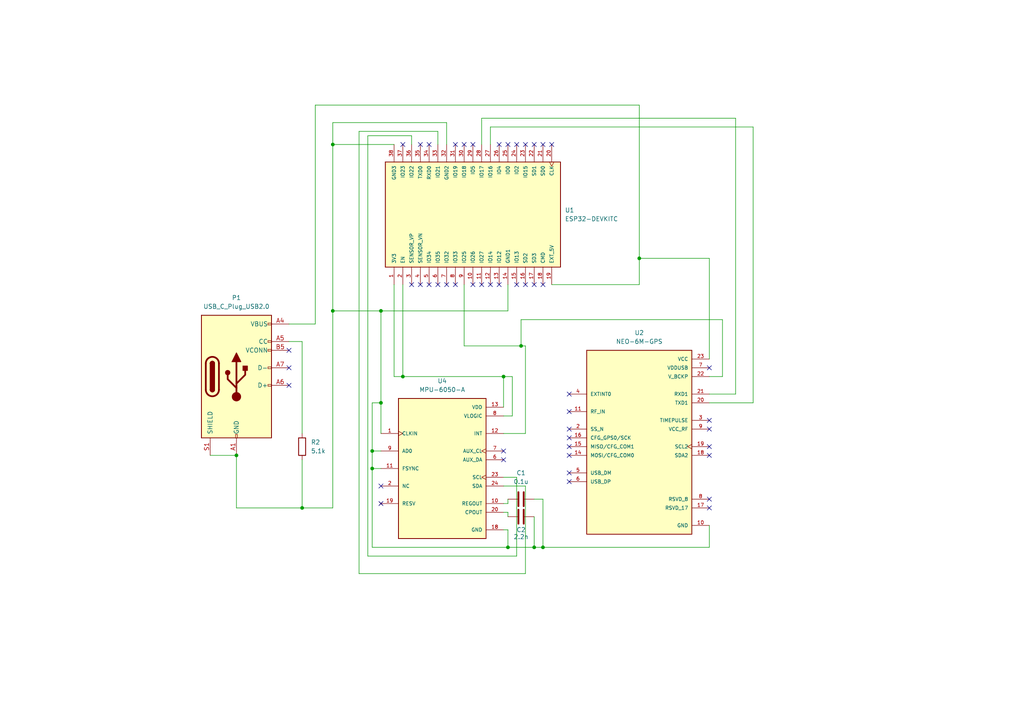
<source format=kicad_sch>
(kicad_sch
	(version 20250114)
	(generator "eeschema")
	(generator_version "9.0")
	(uuid "86ecb687-ce28-40a0-983f-0529750753c2")
	(paper "A4")
	(lib_symbols
		(symbol "Connector:USB_C_Plug_USB2.0"
			(pin_names
				(offset 1.016)
			)
			(exclude_from_sim no)
			(in_bom yes)
			(on_board yes)
			(property "Reference" "P"
				(at -10.16 19.05 0)
				(effects
					(font
						(size 1.27 1.27)
					)
					(justify left)
				)
			)
			(property "Value" "USB_C_Plug_USB2.0"
				(at 12.7 19.05 0)
				(effects
					(font
						(size 1.27 1.27)
					)
					(justify right)
				)
			)
			(property "Footprint" ""
				(at 3.81 0 0)
				(effects
					(font
						(size 1.27 1.27)
					)
					(hide yes)
				)
			)
			(property "Datasheet" "https://www.usb.org/sites/default/files/documents/usb_type-c.zip"
				(at 3.81 0 0)
				(effects
					(font
						(size 1.27 1.27)
					)
					(hide yes)
				)
			)
			(property "Description" "USB 2.0-only Type-C Plug connector"
				(at 0 0 0)
				(effects
					(font
						(size 1.27 1.27)
					)
					(hide yes)
				)
			)
			(property "ki_keywords" "usb universal serial bus type-C USB2.0"
				(at 0 0 0)
				(effects
					(font
						(size 1.27 1.27)
					)
					(hide yes)
				)
			)
			(property "ki_fp_filters" "USB*C*Plug*"
				(at 0 0 0)
				(effects
					(font
						(size 1.27 1.27)
					)
					(hide yes)
				)
			)
			(symbol "USB_C_Plug_USB2.0_0_0"
				(rectangle
					(start -0.254 -17.78)
					(end 0.254 -16.764)
					(stroke
						(width 0)
						(type default)
					)
					(fill
						(type none)
					)
				)
				(rectangle
					(start 10.16 15.494)
					(end 9.144 14.986)
					(stroke
						(width 0)
						(type default)
					)
					(fill
						(type none)
					)
				)
				(rectangle
					(start 10.16 10.414)
					(end 9.144 9.906)
					(stroke
						(width 0)
						(type default)
					)
					(fill
						(type none)
					)
				)
				(rectangle
					(start 10.16 7.874)
					(end 9.144 7.366)
					(stroke
						(width 0)
						(type default)
					)
					(fill
						(type none)
					)
				)
				(rectangle
					(start 10.16 2.794)
					(end 9.144 2.286)
					(stroke
						(width 0)
						(type default)
					)
					(fill
						(type none)
					)
				)
				(rectangle
					(start 10.16 -2.286)
					(end 9.144 -2.794)
					(stroke
						(width 0)
						(type default)
					)
					(fill
						(type none)
					)
				)
			)
			(symbol "USB_C_Plug_USB2.0_0_1"
				(rectangle
					(start -10.16 17.78)
					(end 10.16 -17.78)
					(stroke
						(width 0.254)
						(type default)
					)
					(fill
						(type background)
					)
				)
				(polyline
					(pts
						(xy -8.89 -3.81) (xy -8.89 3.81)
					)
					(stroke
						(width 0.508)
						(type default)
					)
					(fill
						(type none)
					)
				)
				(rectangle
					(start -7.62 -3.81)
					(end -6.35 3.81)
					(stroke
						(width 0.254)
						(type default)
					)
					(fill
						(type outline)
					)
				)
				(arc
					(start -7.62 3.81)
					(mid -6.985 4.4423)
					(end -6.35 3.81)
					(stroke
						(width 0.254)
						(type default)
					)
					(fill
						(type none)
					)
				)
				(arc
					(start -7.62 3.81)
					(mid -6.985 4.4423)
					(end -6.35 3.81)
					(stroke
						(width 0.254)
						(type default)
					)
					(fill
						(type outline)
					)
				)
				(arc
					(start -8.89 3.81)
					(mid -6.985 5.7067)
					(end -5.08 3.81)
					(stroke
						(width 0.508)
						(type default)
					)
					(fill
						(type none)
					)
				)
				(arc
					(start -5.08 -3.81)
					(mid -6.985 -5.7067)
					(end -8.89 -3.81)
					(stroke
						(width 0.508)
						(type default)
					)
					(fill
						(type none)
					)
				)
				(arc
					(start -6.35 -3.81)
					(mid -6.985 -4.4423)
					(end -7.62 -3.81)
					(stroke
						(width 0.254)
						(type default)
					)
					(fill
						(type none)
					)
				)
				(arc
					(start -6.35 -3.81)
					(mid -6.985 -4.4423)
					(end -7.62 -3.81)
					(stroke
						(width 0.254)
						(type default)
					)
					(fill
						(type outline)
					)
				)
				(polyline
					(pts
						(xy -5.08 3.81) (xy -5.08 -3.81)
					)
					(stroke
						(width 0.508)
						(type default)
					)
					(fill
						(type none)
					)
				)
				(circle
					(center -2.54 1.143)
					(radius 0.635)
					(stroke
						(width 0.254)
						(type default)
					)
					(fill
						(type outline)
					)
				)
				(polyline
					(pts
						(xy -1.27 4.318) (xy 0 6.858) (xy 1.27 4.318) (xy -1.27 4.318)
					)
					(stroke
						(width 0.254)
						(type default)
					)
					(fill
						(type outline)
					)
				)
				(polyline
					(pts
						(xy 0 -2.032) (xy 2.54 0.508) (xy 2.54 1.778)
					)
					(stroke
						(width 0.508)
						(type default)
					)
					(fill
						(type none)
					)
				)
				(polyline
					(pts
						(xy 0 -3.302) (xy -2.54 -0.762) (xy -2.54 0.508)
					)
					(stroke
						(width 0.508)
						(type default)
					)
					(fill
						(type none)
					)
				)
				(polyline
					(pts
						(xy 0 -5.842) (xy 0 4.318)
					)
					(stroke
						(width 0.508)
						(type default)
					)
					(fill
						(type none)
					)
				)
				(circle
					(center 0 -5.842)
					(radius 1.27)
					(stroke
						(width 0)
						(type default)
					)
					(fill
						(type outline)
					)
				)
				(rectangle
					(start 1.905 1.778)
					(end 3.175 3.048)
					(stroke
						(width 0.254)
						(type default)
					)
					(fill
						(type outline)
					)
				)
			)
			(symbol "USB_C_Plug_USB2.0_1_1"
				(pin passive line
					(at -7.62 -22.86 90)
					(length 5.08)
					(name "SHIELD"
						(effects
							(font
								(size 1.27 1.27)
							)
						)
					)
					(number "S1"
						(effects
							(font
								(size 1.27 1.27)
							)
						)
					)
				)
				(pin passive line
					(at 0 -22.86 90)
					(length 5.08)
					(name "GND"
						(effects
							(font
								(size 1.27 1.27)
							)
						)
					)
					(number "A1"
						(effects
							(font
								(size 1.27 1.27)
							)
						)
					)
				)
				(pin passive line
					(at 0 -22.86 90)
					(length 5.08)
					(hide yes)
					(name "GND"
						(effects
							(font
								(size 1.27 1.27)
							)
						)
					)
					(number "A12"
						(effects
							(font
								(size 1.27 1.27)
							)
						)
					)
				)
				(pin passive line
					(at 0 -22.86 90)
					(length 5.08)
					(hide yes)
					(name "GND"
						(effects
							(font
								(size 1.27 1.27)
							)
						)
					)
					(number "B1"
						(effects
							(font
								(size 1.27 1.27)
							)
						)
					)
				)
				(pin passive line
					(at 0 -22.86 90)
					(length 5.08)
					(hide yes)
					(name "GND"
						(effects
							(font
								(size 1.27 1.27)
							)
						)
					)
					(number "B12"
						(effects
							(font
								(size 1.27 1.27)
							)
						)
					)
				)
				(pin passive line
					(at 15.24 15.24 180)
					(length 5.08)
					(name "VBUS"
						(effects
							(font
								(size 1.27 1.27)
							)
						)
					)
					(number "A4"
						(effects
							(font
								(size 1.27 1.27)
							)
						)
					)
				)
				(pin passive line
					(at 15.24 15.24 180)
					(length 5.08)
					(hide yes)
					(name "VBUS"
						(effects
							(font
								(size 1.27 1.27)
							)
						)
					)
					(number "A9"
						(effects
							(font
								(size 1.27 1.27)
							)
						)
					)
				)
				(pin passive line
					(at 15.24 15.24 180)
					(length 5.08)
					(hide yes)
					(name "VBUS"
						(effects
							(font
								(size 1.27 1.27)
							)
						)
					)
					(number "B4"
						(effects
							(font
								(size 1.27 1.27)
							)
						)
					)
				)
				(pin passive line
					(at 15.24 15.24 180)
					(length 5.08)
					(hide yes)
					(name "VBUS"
						(effects
							(font
								(size 1.27 1.27)
							)
						)
					)
					(number "B9"
						(effects
							(font
								(size 1.27 1.27)
							)
						)
					)
				)
				(pin bidirectional line
					(at 15.24 10.16 180)
					(length 5.08)
					(name "CC"
						(effects
							(font
								(size 1.27 1.27)
							)
						)
					)
					(number "A5"
						(effects
							(font
								(size 1.27 1.27)
							)
						)
					)
				)
				(pin bidirectional line
					(at 15.24 7.62 180)
					(length 5.08)
					(name "VCONN"
						(effects
							(font
								(size 1.27 1.27)
							)
						)
					)
					(number "B5"
						(effects
							(font
								(size 1.27 1.27)
							)
						)
					)
				)
				(pin bidirectional line
					(at 15.24 2.54 180)
					(length 5.08)
					(name "D-"
						(effects
							(font
								(size 1.27 1.27)
							)
						)
					)
					(number "A7"
						(effects
							(font
								(size 1.27 1.27)
							)
						)
					)
				)
				(pin bidirectional line
					(at 15.24 -2.54 180)
					(length 5.08)
					(name "D+"
						(effects
							(font
								(size 1.27 1.27)
							)
						)
					)
					(number "A6"
						(effects
							(font
								(size 1.27 1.27)
							)
						)
					)
				)
			)
			(embedded_fonts no)
		)
		(symbol "Device:C"
			(pin_numbers
				(hide yes)
			)
			(pin_names
				(offset 0.254)
			)
			(exclude_from_sim no)
			(in_bom yes)
			(on_board yes)
			(property "Reference" "C"
				(at 0.635 2.54 0)
				(effects
					(font
						(size 1.27 1.27)
					)
					(justify left)
				)
			)
			(property "Value" "C"
				(at 0.635 -2.54 0)
				(effects
					(font
						(size 1.27 1.27)
					)
					(justify left)
				)
			)
			(property "Footprint" ""
				(at 0.9652 -3.81 0)
				(effects
					(font
						(size 1.27 1.27)
					)
					(hide yes)
				)
			)
			(property "Datasheet" "~"
				(at 0 0 0)
				(effects
					(font
						(size 1.27 1.27)
					)
					(hide yes)
				)
			)
			(property "Description" "Unpolarized capacitor"
				(at 0 0 0)
				(effects
					(font
						(size 1.27 1.27)
					)
					(hide yes)
				)
			)
			(property "ki_keywords" "cap capacitor"
				(at 0 0 0)
				(effects
					(font
						(size 1.27 1.27)
					)
					(hide yes)
				)
			)
			(property "ki_fp_filters" "C_*"
				(at 0 0 0)
				(effects
					(font
						(size 1.27 1.27)
					)
					(hide yes)
				)
			)
			(symbol "C_0_1"
				(polyline
					(pts
						(xy -2.032 0.762) (xy 2.032 0.762)
					)
					(stroke
						(width 0.508)
						(type default)
					)
					(fill
						(type none)
					)
				)
				(polyline
					(pts
						(xy -2.032 -0.762) (xy 2.032 -0.762)
					)
					(stroke
						(width 0.508)
						(type default)
					)
					(fill
						(type none)
					)
				)
			)
			(symbol "C_1_1"
				(pin passive line
					(at 0 3.81 270)
					(length 2.794)
					(name "~"
						(effects
							(font
								(size 1.27 1.27)
							)
						)
					)
					(number "1"
						(effects
							(font
								(size 1.27 1.27)
							)
						)
					)
				)
				(pin passive line
					(at 0 -3.81 90)
					(length 2.794)
					(name "~"
						(effects
							(font
								(size 1.27 1.27)
							)
						)
					)
					(number "2"
						(effects
							(font
								(size 1.27 1.27)
							)
						)
					)
				)
			)
			(embedded_fonts no)
		)
		(symbol "Device:R"
			(pin_numbers
				(hide yes)
			)
			(pin_names
				(offset 0)
			)
			(exclude_from_sim no)
			(in_bom yes)
			(on_board yes)
			(property "Reference" "R"
				(at 2.032 0 90)
				(effects
					(font
						(size 1.27 1.27)
					)
				)
			)
			(property "Value" "R"
				(at 0 0 90)
				(effects
					(font
						(size 1.27 1.27)
					)
				)
			)
			(property "Footprint" ""
				(at -1.778 0 90)
				(effects
					(font
						(size 1.27 1.27)
					)
					(hide yes)
				)
			)
			(property "Datasheet" "~"
				(at 0 0 0)
				(effects
					(font
						(size 1.27 1.27)
					)
					(hide yes)
				)
			)
			(property "Description" "Resistor"
				(at 0 0 0)
				(effects
					(font
						(size 1.27 1.27)
					)
					(hide yes)
				)
			)
			(property "ki_keywords" "R res resistor"
				(at 0 0 0)
				(effects
					(font
						(size 1.27 1.27)
					)
					(hide yes)
				)
			)
			(property "ki_fp_filters" "R_*"
				(at 0 0 0)
				(effects
					(font
						(size 1.27 1.27)
					)
					(hide yes)
				)
			)
			(symbol "R_0_1"
				(rectangle
					(start -1.016 -2.54)
					(end 1.016 2.54)
					(stroke
						(width 0.254)
						(type default)
					)
					(fill
						(type none)
					)
				)
			)
			(symbol "R_1_1"
				(pin passive line
					(at 0 3.81 270)
					(length 1.27)
					(name "~"
						(effects
							(font
								(size 1.27 1.27)
							)
						)
					)
					(number "1"
						(effects
							(font
								(size 1.27 1.27)
							)
						)
					)
				)
				(pin passive line
					(at 0 -3.81 90)
					(length 1.27)
					(name "~"
						(effects
							(font
								(size 1.27 1.27)
							)
						)
					)
					(number "2"
						(effects
							(font
								(size 1.27 1.27)
							)
						)
					)
				)
			)
			(embedded_fonts no)
		)
		(symbol "ESP32-DEVKITC:ESP32-DEVKITC"
			(pin_names
				(offset 1.016)
			)
			(exclude_from_sim no)
			(in_bom yes)
			(on_board yes)
			(property "Reference" "U"
				(at -15.2572 26.0643 0)
				(effects
					(font
						(size 1.27 1.27)
					)
					(justify left bottom)
				)
			)
			(property "Value" "ESP32-DEVKITC"
				(at -15.2563 -27.9698 0)
				(effects
					(font
						(size 1.27 1.27)
					)
					(justify left bottom)
				)
			)
			(property "Footprint" "ESP32-DEVKITC:MODULE_ESP32-DEVKITC"
				(at 0 0 0)
				(effects
					(font
						(size 1.27 1.27)
					)
					(justify bottom)
					(hide yes)
				)
			)
			(property "Datasheet" ""
				(at 0 0 0)
				(effects
					(font
						(size 1.27 1.27)
					)
					(hide yes)
				)
			)
			(property "Description" ""
				(at 0 0 0)
				(effects
					(font
						(size 1.27 1.27)
					)
					(hide yes)
				)
			)
			(property "MF" "Espressif Systems"
				(at 0 0 0)
				(effects
					(font
						(size 1.27 1.27)
					)
					(justify bottom)
					(hide yes)
				)
			)
			(property "Description_1" "ESP32-WROOM-32UE series Transceiver; 802.11 b/g/n (Wi-Fi, WiFi, WLAN), Bluetooth ® Smart Ready 4.x Dual Mode Evaluation Board"
				(at 0 0 0)
				(effects
					(font
						(size 1.27 1.27)
					)
					(justify bottom)
					(hide yes)
				)
			)
			(property "Package" "None"
				(at 0 0 0)
				(effects
					(font
						(size 1.27 1.27)
					)
					(justify bottom)
					(hide yes)
				)
			)
			(property "Price" "None"
				(at 0 0 0)
				(effects
					(font
						(size 1.27 1.27)
					)
					(justify bottom)
					(hide yes)
				)
			)
			(property "Check_prices" "https://www.snapeda.com/parts/ESP32-DEVKITC/Espressif+Systems/view-part/?ref=eda"
				(at 0 0 0)
				(effects
					(font
						(size 1.27 1.27)
					)
					(justify bottom)
					(hide yes)
				)
			)
			(property "STANDARD" "Manufacturer Recommendations"
				(at 0 0 0)
				(effects
					(font
						(size 1.27 1.27)
					)
					(justify bottom)
					(hide yes)
				)
			)
			(property "PARTREV" "N/A"
				(at 0 0 0)
				(effects
					(font
						(size 1.27 1.27)
					)
					(justify bottom)
					(hide yes)
				)
			)
			(property "SnapEDA_Link" "https://www.snapeda.com/parts/ESP32-DEVKITC/Espressif+Systems/view-part/?ref=snap"
				(at 0 0 0)
				(effects
					(font
						(size 1.27 1.27)
					)
					(justify bottom)
					(hide yes)
				)
			)
			(property "MP" "ESP32-DEVKITC"
				(at 0 0 0)
				(effects
					(font
						(size 1.27 1.27)
					)
					(justify bottom)
					(hide yes)
				)
			)
			(property "Availability" "In Stock"
				(at 0 0 0)
				(effects
					(font
						(size 1.27 1.27)
					)
					(justify bottom)
					(hide yes)
				)
			)
			(property "MANUFACTURER" "ESPRESSIF"
				(at 0 0 0)
				(effects
					(font
						(size 1.27 1.27)
					)
					(justify bottom)
					(hide yes)
				)
			)
			(symbol "ESP32-DEVKITC_0_0"
				(rectangle
					(start -15.24 -25.4)
					(end 15.24 25.4)
					(stroke
						(width 0.254)
						(type default)
					)
					(fill
						(type background)
					)
				)
				(pin power_in line
					(at -20.32 22.86 0)
					(length 5.08)
					(name "3V3"
						(effects
							(font
								(size 1.016 1.016)
							)
						)
					)
					(number "1"
						(effects
							(font
								(size 1.016 1.016)
							)
						)
					)
				)
				(pin input line
					(at -20.32 20.32 0)
					(length 5.08)
					(name "EN"
						(effects
							(font
								(size 1.016 1.016)
							)
						)
					)
					(number "2"
						(effects
							(font
								(size 1.016 1.016)
							)
						)
					)
				)
				(pin input line
					(at -20.32 17.78 0)
					(length 5.08)
					(name "SENSOR_VP"
						(effects
							(font
								(size 1.016 1.016)
							)
						)
					)
					(number "3"
						(effects
							(font
								(size 1.016 1.016)
							)
						)
					)
				)
				(pin input line
					(at -20.32 15.24 0)
					(length 5.08)
					(name "SENSOR_VN"
						(effects
							(font
								(size 1.016 1.016)
							)
						)
					)
					(number "4"
						(effects
							(font
								(size 1.016 1.016)
							)
						)
					)
				)
				(pin bidirectional line
					(at -20.32 12.7 0)
					(length 5.08)
					(name "IO34"
						(effects
							(font
								(size 1.016 1.016)
							)
						)
					)
					(number "5"
						(effects
							(font
								(size 1.016 1.016)
							)
						)
					)
				)
				(pin bidirectional line
					(at -20.32 10.16 0)
					(length 5.08)
					(name "IO35"
						(effects
							(font
								(size 1.016 1.016)
							)
						)
					)
					(number "6"
						(effects
							(font
								(size 1.016 1.016)
							)
						)
					)
				)
				(pin bidirectional line
					(at -20.32 7.62 0)
					(length 5.08)
					(name "IO32"
						(effects
							(font
								(size 1.016 1.016)
							)
						)
					)
					(number "7"
						(effects
							(font
								(size 1.016 1.016)
							)
						)
					)
				)
				(pin bidirectional line
					(at -20.32 5.08 0)
					(length 5.08)
					(name "IO33"
						(effects
							(font
								(size 1.016 1.016)
							)
						)
					)
					(number "8"
						(effects
							(font
								(size 1.016 1.016)
							)
						)
					)
				)
				(pin bidirectional line
					(at -20.32 2.54 0)
					(length 5.08)
					(name "IO25"
						(effects
							(font
								(size 1.016 1.016)
							)
						)
					)
					(number "9"
						(effects
							(font
								(size 1.016 1.016)
							)
						)
					)
				)
				(pin bidirectional line
					(at -20.32 0 0)
					(length 5.08)
					(name "IO26"
						(effects
							(font
								(size 1.016 1.016)
							)
						)
					)
					(number "10"
						(effects
							(font
								(size 1.016 1.016)
							)
						)
					)
				)
				(pin bidirectional line
					(at -20.32 -2.54 0)
					(length 5.08)
					(name "IO27"
						(effects
							(font
								(size 1.016 1.016)
							)
						)
					)
					(number "11"
						(effects
							(font
								(size 1.016 1.016)
							)
						)
					)
				)
				(pin bidirectional line
					(at -20.32 -5.08 0)
					(length 5.08)
					(name "IO14"
						(effects
							(font
								(size 1.016 1.016)
							)
						)
					)
					(number "12"
						(effects
							(font
								(size 1.016 1.016)
							)
						)
					)
				)
				(pin bidirectional line
					(at -20.32 -7.62 0)
					(length 5.08)
					(name "IO12"
						(effects
							(font
								(size 1.016 1.016)
							)
						)
					)
					(number "13"
						(effects
							(font
								(size 1.016 1.016)
							)
						)
					)
				)
				(pin power_in line
					(at -20.32 -10.16 0)
					(length 5.08)
					(name "GND1"
						(effects
							(font
								(size 1.016 1.016)
							)
						)
					)
					(number "14"
						(effects
							(font
								(size 1.016 1.016)
							)
						)
					)
				)
				(pin bidirectional line
					(at -20.32 -12.7 0)
					(length 5.08)
					(name "IO13"
						(effects
							(font
								(size 1.016 1.016)
							)
						)
					)
					(number "15"
						(effects
							(font
								(size 1.016 1.016)
							)
						)
					)
				)
				(pin bidirectional line
					(at -20.32 -15.24 0)
					(length 5.08)
					(name "SD2"
						(effects
							(font
								(size 1.016 1.016)
							)
						)
					)
					(number "16"
						(effects
							(font
								(size 1.016 1.016)
							)
						)
					)
				)
				(pin bidirectional line
					(at -20.32 -17.78 0)
					(length 5.08)
					(name "SD3"
						(effects
							(font
								(size 1.016 1.016)
							)
						)
					)
					(number "17"
						(effects
							(font
								(size 1.016 1.016)
							)
						)
					)
				)
				(pin bidirectional line
					(at -20.32 -20.32 0)
					(length 5.08)
					(name "CMD"
						(effects
							(font
								(size 1.016 1.016)
							)
						)
					)
					(number "18"
						(effects
							(font
								(size 1.016 1.016)
							)
						)
					)
				)
				(pin power_in line
					(at -20.32 -22.86 0)
					(length 5.08)
					(name "EXT_5V"
						(effects
							(font
								(size 1.016 1.016)
							)
						)
					)
					(number "19"
						(effects
							(font
								(size 1.016 1.016)
							)
						)
					)
				)
				(pin power_in line
					(at 20.32 22.86 180)
					(length 5.08)
					(name "GND3"
						(effects
							(font
								(size 1.016 1.016)
							)
						)
					)
					(number "38"
						(effects
							(font
								(size 1.016 1.016)
							)
						)
					)
				)
				(pin bidirectional line
					(at 20.32 20.32 180)
					(length 5.08)
					(name "IO23"
						(effects
							(font
								(size 1.016 1.016)
							)
						)
					)
					(number "37"
						(effects
							(font
								(size 1.016 1.016)
							)
						)
					)
				)
				(pin bidirectional line
					(at 20.32 17.78 180)
					(length 5.08)
					(name "IO22"
						(effects
							(font
								(size 1.016 1.016)
							)
						)
					)
					(number "36"
						(effects
							(font
								(size 1.016 1.016)
							)
						)
					)
				)
				(pin output line
					(at 20.32 15.24 180)
					(length 5.08)
					(name "TXD0"
						(effects
							(font
								(size 1.016 1.016)
							)
						)
					)
					(number "35"
						(effects
							(font
								(size 1.016 1.016)
							)
						)
					)
				)
				(pin input line
					(at 20.32 12.7 180)
					(length 5.08)
					(name "RXD0"
						(effects
							(font
								(size 1.016 1.016)
							)
						)
					)
					(number "34"
						(effects
							(font
								(size 1.016 1.016)
							)
						)
					)
				)
				(pin bidirectional line
					(at 20.32 10.16 180)
					(length 5.08)
					(name "IO21"
						(effects
							(font
								(size 1.016 1.016)
							)
						)
					)
					(number "33"
						(effects
							(font
								(size 1.016 1.016)
							)
						)
					)
				)
				(pin power_in line
					(at 20.32 7.62 180)
					(length 5.08)
					(name "GND2"
						(effects
							(font
								(size 1.016 1.016)
							)
						)
					)
					(number "32"
						(effects
							(font
								(size 1.016 1.016)
							)
						)
					)
				)
				(pin bidirectional line
					(at 20.32 5.08 180)
					(length 5.08)
					(name "IO19"
						(effects
							(font
								(size 1.016 1.016)
							)
						)
					)
					(number "31"
						(effects
							(font
								(size 1.016 1.016)
							)
						)
					)
				)
				(pin bidirectional line
					(at 20.32 2.54 180)
					(length 5.08)
					(name "IO18"
						(effects
							(font
								(size 1.016 1.016)
							)
						)
					)
					(number "30"
						(effects
							(font
								(size 1.016 1.016)
							)
						)
					)
				)
				(pin bidirectional line
					(at 20.32 0 180)
					(length 5.08)
					(name "IO5"
						(effects
							(font
								(size 1.016 1.016)
							)
						)
					)
					(number "29"
						(effects
							(font
								(size 1.016 1.016)
							)
						)
					)
				)
				(pin bidirectional line
					(at 20.32 -2.54 180)
					(length 5.08)
					(name "IO17"
						(effects
							(font
								(size 1.016 1.016)
							)
						)
					)
					(number "28"
						(effects
							(font
								(size 1.016 1.016)
							)
						)
					)
				)
				(pin bidirectional line
					(at 20.32 -5.08 180)
					(length 5.08)
					(name "IO16"
						(effects
							(font
								(size 1.016 1.016)
							)
						)
					)
					(number "27"
						(effects
							(font
								(size 1.016 1.016)
							)
						)
					)
				)
				(pin bidirectional line
					(at 20.32 -7.62 180)
					(length 5.08)
					(name "IO4"
						(effects
							(font
								(size 1.016 1.016)
							)
						)
					)
					(number "26"
						(effects
							(font
								(size 1.016 1.016)
							)
						)
					)
				)
				(pin bidirectional line
					(at 20.32 -10.16 180)
					(length 5.08)
					(name "IO0"
						(effects
							(font
								(size 1.016 1.016)
							)
						)
					)
					(number "25"
						(effects
							(font
								(size 1.016 1.016)
							)
						)
					)
				)
				(pin bidirectional line
					(at 20.32 -12.7 180)
					(length 5.08)
					(name "IO2"
						(effects
							(font
								(size 1.016 1.016)
							)
						)
					)
					(number "24"
						(effects
							(font
								(size 1.016 1.016)
							)
						)
					)
				)
				(pin bidirectional line
					(at 20.32 -15.24 180)
					(length 5.08)
					(name "IO15"
						(effects
							(font
								(size 1.016 1.016)
							)
						)
					)
					(number "23"
						(effects
							(font
								(size 1.016 1.016)
							)
						)
					)
				)
				(pin bidirectional line
					(at 20.32 -17.78 180)
					(length 5.08)
					(name "SD1"
						(effects
							(font
								(size 1.016 1.016)
							)
						)
					)
					(number "22"
						(effects
							(font
								(size 1.016 1.016)
							)
						)
					)
				)
				(pin bidirectional line
					(at 20.32 -20.32 180)
					(length 5.08)
					(name "SD0"
						(effects
							(font
								(size 1.016 1.016)
							)
						)
					)
					(number "21"
						(effects
							(font
								(size 1.016 1.016)
							)
						)
					)
				)
				(pin input clock
					(at 20.32 -22.86 180)
					(length 5.08)
					(name "CLK"
						(effects
							(font
								(size 1.016 1.016)
							)
						)
					)
					(number "20"
						(effects
							(font
								(size 1.016 1.016)
							)
						)
					)
				)
			)
			(embedded_fonts no)
		)
		(symbol "MPU-6050-A:MPU-6050-A"
			(pin_names
				(offset 1.016)
			)
			(exclude_from_sim no)
			(in_bom yes)
			(on_board yes)
			(property "Reference" "U"
				(at -12.7 21.082 0)
				(effects
					(font
						(size 1.27 1.27)
					)
					(justify left bottom)
				)
			)
			(property "Value" "MPU-6050-A"
				(at -12.7 -22.86 0)
				(effects
					(font
						(size 1.27 1.27)
					)
					(justify left bottom)
				)
			)
			(property "Footprint" "MPU-6050-A:QFN50P400X400X95-24N"
				(at 0 0 0)
				(effects
					(font
						(size 1.27 1.27)
					)
					(justify bottom)
					(hide yes)
				)
			)
			(property "Datasheet" ""
				(at 0 0 0)
				(effects
					(font
						(size 1.27 1.27)
					)
					(hide yes)
				)
			)
			(property "Description" ""
				(at 0 0 0)
				(effects
					(font
						(size 1.27 1.27)
					)
					(hide yes)
				)
			)
			(property "MF" "TDK InvenSense"
				(at 0 0 0)
				(effects
					(font
						(size 1.27 1.27)
					)
					(justify bottom)
					(hide yes)
				)
			)
			(property "MAXIMUM_PACKAGE_HEIGHT" "0.95mm"
				(at 0 0 0)
				(effects
					(font
						(size 1.27 1.27)
					)
					(justify bottom)
					(hide yes)
				)
			)
			(property "Package" "QFN-24 InvenSense"
				(at 0 0 0)
				(effects
					(font
						(size 1.27 1.27)
					)
					(justify bottom)
					(hide yes)
				)
			)
			(property "Price" "None"
				(at 0 0 0)
				(effects
					(font
						(size 1.27 1.27)
					)
					(justify bottom)
					(hide yes)
				)
			)
			(property "Check_prices" "https://www.snapeda.com/parts/MPU-6050-A/TDK/view-part/?ref=eda"
				(at 0 0 0)
				(effects
					(font
						(size 1.27 1.27)
					)
					(justify bottom)
					(hide yes)
				)
			)
			(property "STANDARD" "IPC-7351B"
				(at 0 0 0)
				(effects
					(font
						(size 1.27 1.27)
					)
					(justify bottom)
					(hide yes)
				)
			)
			(property "PARTREV" "3.4"
				(at 0 0 0)
				(effects
					(font
						(size 1.27 1.27)
					)
					(justify bottom)
					(hide yes)
				)
			)
			(property "SnapEDA_Link" "https://www.snapeda.com/parts/MPU-6050-A/TDK/view-part/?ref=snap"
				(at 0 0 0)
				(effects
					(font
						(size 1.27 1.27)
					)
					(justify bottom)
					(hide yes)
				)
			)
			(property "MP" "MPU-6050-A"
				(at 0 0 0)
				(effects
					(font
						(size 1.27 1.27)
					)
					(justify bottom)
					(hide yes)
				)
			)
			(property "Description_1" "MOTION TRACKING DEVICE"
				(at 0 0 0)
				(effects
					(font
						(size 1.27 1.27)
					)
					(justify bottom)
					(hide yes)
				)
			)
			(property "Availability" "In Stock"
				(at 0 0 0)
				(effects
					(font
						(size 1.27 1.27)
					)
					(justify bottom)
					(hide yes)
				)
			)
			(property "MANUFACTURER" "InvenSense"
				(at 0 0 0)
				(effects
					(font
						(size 1.27 1.27)
					)
					(justify bottom)
					(hide yes)
				)
			)
			(symbol "MPU-6050-A_0_0"
				(rectangle
					(start -12.7 -20.32)
					(end 12.7 20.32)
					(stroke
						(width 0.254)
						(type default)
					)
					(fill
						(type background)
					)
				)
				(pin input clock
					(at -17.78 10.16 0)
					(length 5.08)
					(name "CLKIN"
						(effects
							(font
								(size 1.016 1.016)
							)
						)
					)
					(number "1"
						(effects
							(font
								(size 1.016 1.016)
							)
						)
					)
				)
				(pin input line
					(at -17.78 5.08 0)
					(length 5.08)
					(name "AD0"
						(effects
							(font
								(size 1.016 1.016)
							)
						)
					)
					(number "9"
						(effects
							(font
								(size 1.016 1.016)
							)
						)
					)
				)
				(pin input line
					(at -17.78 0 0)
					(length 5.08)
					(name "FSYNC"
						(effects
							(font
								(size 1.016 1.016)
							)
						)
					)
					(number "11"
						(effects
							(font
								(size 1.016 1.016)
							)
						)
					)
				)
				(pin passive line
					(at -17.78 -5.08 0)
					(length 5.08)
					(hide yes)
					(name "NC"
						(effects
							(font
								(size 1.016 1.016)
							)
						)
					)
					(number "14"
						(effects
							(font
								(size 1.016 1.016)
							)
						)
					)
				)
				(pin passive line
					(at -17.78 -5.08 0)
					(length 5.08)
					(hide yes)
					(name "NC"
						(effects
							(font
								(size 1.016 1.016)
							)
						)
					)
					(number "15"
						(effects
							(font
								(size 1.016 1.016)
							)
						)
					)
				)
				(pin passive line
					(at -17.78 -5.08 0)
					(length 5.08)
					(hide yes)
					(name "NC"
						(effects
							(font
								(size 1.016 1.016)
							)
						)
					)
					(number "16"
						(effects
							(font
								(size 1.016 1.016)
							)
						)
					)
				)
				(pin passive line
					(at -17.78 -5.08 0)
					(length 5.08)
					(hide yes)
					(name "NC"
						(effects
							(font
								(size 1.016 1.016)
							)
						)
					)
					(number "17"
						(effects
							(font
								(size 1.016 1.016)
							)
						)
					)
				)
				(pin passive line
					(at -17.78 -5.08 0)
					(length 5.08)
					(name "NC"
						(effects
							(font
								(size 1.016 1.016)
							)
						)
					)
					(number "2"
						(effects
							(font
								(size 1.016 1.016)
							)
						)
					)
				)
				(pin passive line
					(at -17.78 -5.08 0)
					(length 5.08)
					(hide yes)
					(name "NC"
						(effects
							(font
								(size 1.016 1.016)
							)
						)
					)
					(number "3"
						(effects
							(font
								(size 1.016 1.016)
							)
						)
					)
				)
				(pin passive line
					(at -17.78 -5.08 0)
					(length 5.08)
					(hide yes)
					(name "NC"
						(effects
							(font
								(size 1.016 1.016)
							)
						)
					)
					(number "4"
						(effects
							(font
								(size 1.016 1.016)
							)
						)
					)
				)
				(pin passive line
					(at -17.78 -5.08 0)
					(length 5.08)
					(hide yes)
					(name "NC"
						(effects
							(font
								(size 1.016 1.016)
							)
						)
					)
					(number "5"
						(effects
							(font
								(size 1.016 1.016)
							)
						)
					)
				)
				(pin no_connect line
					(at -17.78 -10.16 0)
					(length 5.08)
					(name "RESV"
						(effects
							(font
								(size 1.016 1.016)
							)
						)
					)
					(number "19"
						(effects
							(font
								(size 1.016 1.016)
							)
						)
					)
				)
				(pin no_connect line
					(at -17.78 -10.16 0)
					(length 5.08)
					(hide yes)
					(name "RESV"
						(effects
							(font
								(size 1.016 1.016)
							)
						)
					)
					(number "21"
						(effects
							(font
								(size 1.016 1.016)
							)
						)
					)
				)
				(pin no_connect line
					(at -17.78 -10.16 0)
					(length 5.08)
					(hide yes)
					(name "RESV"
						(effects
							(font
								(size 1.016 1.016)
							)
						)
					)
					(number "22"
						(effects
							(font
								(size 1.016 1.016)
							)
						)
					)
				)
				(pin power_in line
					(at 17.78 17.78 180)
					(length 5.08)
					(name "VDD"
						(effects
							(font
								(size 1.016 1.016)
							)
						)
					)
					(number "13"
						(effects
							(font
								(size 1.016 1.016)
							)
						)
					)
				)
				(pin power_in line
					(at 17.78 15.24 180)
					(length 5.08)
					(name "VLOGIC"
						(effects
							(font
								(size 1.016 1.016)
							)
						)
					)
					(number "8"
						(effects
							(font
								(size 1.016 1.016)
							)
						)
					)
				)
				(pin output line
					(at 17.78 10.16 180)
					(length 5.08)
					(name "INT"
						(effects
							(font
								(size 1.016 1.016)
							)
						)
					)
					(number "12"
						(effects
							(font
								(size 1.016 1.016)
							)
						)
					)
				)
				(pin output clock
					(at 17.78 5.08 180)
					(length 5.08)
					(name "AUX_CL"
						(effects
							(font
								(size 1.016 1.016)
							)
						)
					)
					(number "7"
						(effects
							(font
								(size 1.016 1.016)
							)
						)
					)
				)
				(pin bidirectional line
					(at 17.78 2.54 180)
					(length 5.08)
					(name "AUX_DA"
						(effects
							(font
								(size 1.016 1.016)
							)
						)
					)
					(number "6"
						(effects
							(font
								(size 1.016 1.016)
							)
						)
					)
				)
				(pin input clock
					(at 17.78 -2.54 180)
					(length 5.08)
					(name "SCL"
						(effects
							(font
								(size 1.016 1.016)
							)
						)
					)
					(number "23"
						(effects
							(font
								(size 1.016 1.016)
							)
						)
					)
				)
				(pin bidirectional line
					(at 17.78 -5.08 180)
					(length 5.08)
					(name "SDA"
						(effects
							(font
								(size 1.016 1.016)
							)
						)
					)
					(number "24"
						(effects
							(font
								(size 1.016 1.016)
							)
						)
					)
				)
				(pin passive line
					(at 17.78 -10.16 180)
					(length 5.08)
					(name "REGOUT"
						(effects
							(font
								(size 1.016 1.016)
							)
						)
					)
					(number "10"
						(effects
							(font
								(size 1.016 1.016)
							)
						)
					)
				)
				(pin passive line
					(at 17.78 -12.7 180)
					(length 5.08)
					(name "CPOUT"
						(effects
							(font
								(size 1.016 1.016)
							)
						)
					)
					(number "20"
						(effects
							(font
								(size 1.016 1.016)
							)
						)
					)
				)
				(pin power_in line
					(at 17.78 -17.78 180)
					(length 5.08)
					(name "GND"
						(effects
							(font
								(size 1.016 1.016)
							)
						)
					)
					(number "18"
						(effects
							(font
								(size 1.016 1.016)
							)
						)
					)
				)
			)
			(embedded_fonts no)
		)
		(symbol "NEO-6M-GPS:NEO-6M-GPS"
			(pin_names
				(offset 1.016)
			)
			(exclude_from_sim no)
			(in_bom yes)
			(on_board yes)
			(property "Reference" "U"
				(at -15.2439 26.0408 0)
				(effects
					(font
						(size 1.27 1.27)
					)
					(justify left bottom)
				)
			)
			(property "Value" "NEO-6M-GPS"
				(at -15.2445 -30.4874 0)
				(effects
					(font
						(size 1.27 1.27)
					)
					(justify left bottom)
				)
			)
			(property "Footprint" "NEO-6M-GPS:XCVR_NEO-6M-GPS"
				(at 0 0 0)
				(effects
					(font
						(size 1.27 1.27)
					)
					(justify bottom)
					(hide yes)
				)
			)
			(property "Datasheet" ""
				(at 0 0 0)
				(effects
					(font
						(size 1.27 1.27)
					)
					(hide yes)
				)
			)
			(property "Description" ""
				(at 0 0 0)
				(effects
					(font
						(size 1.27 1.27)
					)
					(hide yes)
				)
			)
			(property "MF" "u-blox"
				(at 0 0 0)
				(effects
					(font
						(size 1.27 1.27)
					)
					(justify bottom)
					(hide yes)
				)
			)
			(property "Description_1" "GPS Development Tools SparkFun GNSS-RTK Dead Reckoning Breakout - ZED-F9K (Qwiic)"
				(at 0 0 0)
				(effects
					(font
						(size 1.27 1.27)
					)
					(justify bottom)
					(hide yes)
				)
			)
			(property "Package" "None"
				(at 0 0 0)
				(effects
					(font
						(size 1.27 1.27)
					)
					(justify bottom)
					(hide yes)
				)
			)
			(property "Price" "None"
				(at 0 0 0)
				(effects
					(font
						(size 1.27 1.27)
					)
					(justify bottom)
					(hide yes)
				)
			)
			(property "Check_prices" "https://www.snapeda.com/parts/NEO-6M-GPS/u-blox/view-part/?ref=eda"
				(at 0 0 0)
				(effects
					(font
						(size 1.27 1.27)
					)
					(justify bottom)
					(hide yes)
				)
			)
			(property "STANDARD" "Manufacturer Recommendations"
				(at 0 0 0)
				(effects
					(font
						(size 1.27 1.27)
					)
					(justify bottom)
					(hide yes)
				)
			)
			(property "PARTREV" "R15"
				(at 0 0 0)
				(effects
					(font
						(size 1.27 1.27)
					)
					(justify bottom)
					(hide yes)
				)
			)
			(property "SnapEDA_Link" "https://www.snapeda.com/parts/NEO-6M-GPS/u-blox/view-part/?ref=snap"
				(at 0 0 0)
				(effects
					(font
						(size 1.27 1.27)
					)
					(justify bottom)
					(hide yes)
				)
			)
			(property "MP" "NEO-6M-GPS"
				(at 0 0 0)
				(effects
					(font
						(size 1.27 1.27)
					)
					(justify bottom)
					(hide yes)
				)
			)
			(property "Availability" "Not in stock"
				(at 0 0 0)
				(effects
					(font
						(size 1.27 1.27)
					)
					(justify bottom)
					(hide yes)
				)
			)
			(property "MANUFACTURER" "U-Blox"
				(at 0 0 0)
				(effects
					(font
						(size 1.27 1.27)
					)
					(justify bottom)
					(hide yes)
				)
			)
			(symbol "NEO-6M-GPS_0_0"
				(rectangle
					(start -15.24 -27.94)
					(end 15.24 25.4)
					(stroke
						(width 0.254)
						(type default)
					)
					(fill
						(type background)
					)
				)
				(pin input line
					(at -20.32 12.7 0)
					(length 5.08)
					(name "EXTINT0"
						(effects
							(font
								(size 1.016 1.016)
							)
						)
					)
					(number "4"
						(effects
							(font
								(size 1.016 1.016)
							)
						)
					)
				)
				(pin input line
					(at -20.32 7.62 0)
					(length 5.08)
					(name "RF_IN"
						(effects
							(font
								(size 1.016 1.016)
							)
						)
					)
					(number "11"
						(effects
							(font
								(size 1.016 1.016)
							)
						)
					)
				)
				(pin input line
					(at -20.32 2.54 0)
					(length 5.08)
					(name "SS_N"
						(effects
							(font
								(size 1.016 1.016)
							)
						)
					)
					(number "2"
						(effects
							(font
								(size 1.016 1.016)
							)
						)
					)
				)
				(pin input line
					(at -20.32 0 0)
					(length 5.08)
					(name "CFG_GPS0/SCK"
						(effects
							(font
								(size 1.016 1.016)
							)
						)
					)
					(number "16"
						(effects
							(font
								(size 1.016 1.016)
							)
						)
					)
				)
				(pin input line
					(at -20.32 -2.54 0)
					(length 5.08)
					(name "MISO/CFG_COM1"
						(effects
							(font
								(size 1.016 1.016)
							)
						)
					)
					(number "15"
						(effects
							(font
								(size 1.016 1.016)
							)
						)
					)
				)
				(pin bidirectional line
					(at -20.32 -5.08 0)
					(length 5.08)
					(name "MOSI/CFG_COM0"
						(effects
							(font
								(size 1.016 1.016)
							)
						)
					)
					(number "14"
						(effects
							(font
								(size 1.016 1.016)
							)
						)
					)
				)
				(pin bidirectional line
					(at -20.32 -10.16 0)
					(length 5.08)
					(name "USB_DM"
						(effects
							(font
								(size 1.016 1.016)
							)
						)
					)
					(number "5"
						(effects
							(font
								(size 1.016 1.016)
							)
						)
					)
				)
				(pin bidirectional line
					(at -20.32 -12.7 0)
					(length 5.08)
					(name "USB_DP"
						(effects
							(font
								(size 1.016 1.016)
							)
						)
					)
					(number "6"
						(effects
							(font
								(size 1.016 1.016)
							)
						)
					)
				)
				(pin power_in line
					(at 20.32 22.86 180)
					(length 5.08)
					(name "VCC"
						(effects
							(font
								(size 1.016 1.016)
							)
						)
					)
					(number "23"
						(effects
							(font
								(size 1.016 1.016)
							)
						)
					)
				)
				(pin power_in line
					(at 20.32 20.32 180)
					(length 5.08)
					(name "VDDUSB"
						(effects
							(font
								(size 1.016 1.016)
							)
						)
					)
					(number "7"
						(effects
							(font
								(size 1.016 1.016)
							)
						)
					)
				)
				(pin power_in line
					(at 20.32 17.78 180)
					(length 5.08)
					(name "V_BCKP"
						(effects
							(font
								(size 1.016 1.016)
							)
						)
					)
					(number "22"
						(effects
							(font
								(size 1.016 1.016)
							)
						)
					)
				)
				(pin input line
					(at 20.32 12.7 180)
					(length 5.08)
					(name "RXD1"
						(effects
							(font
								(size 1.016 1.016)
							)
						)
					)
					(number "21"
						(effects
							(font
								(size 1.016 1.016)
							)
						)
					)
				)
				(pin output line
					(at 20.32 10.16 180)
					(length 5.08)
					(name "TXD1"
						(effects
							(font
								(size 1.016 1.016)
							)
						)
					)
					(number "20"
						(effects
							(font
								(size 1.016 1.016)
							)
						)
					)
				)
				(pin output line
					(at 20.32 5.08 180)
					(length 5.08)
					(name "TIMEPULSE"
						(effects
							(font
								(size 1.016 1.016)
							)
						)
					)
					(number "3"
						(effects
							(font
								(size 1.016 1.016)
							)
						)
					)
				)
				(pin output line
					(at 20.32 2.54 180)
					(length 5.08)
					(name "VCC_RF"
						(effects
							(font
								(size 1.016 1.016)
							)
						)
					)
					(number "9"
						(effects
							(font
								(size 1.016 1.016)
							)
						)
					)
				)
				(pin bidirectional clock
					(at 20.32 -2.54 180)
					(length 5.08)
					(name "SCL2"
						(effects
							(font
								(size 1.016 1.016)
							)
						)
					)
					(number "19"
						(effects
							(font
								(size 1.016 1.016)
							)
						)
					)
				)
				(pin bidirectional line
					(at 20.32 -5.08 180)
					(length 5.08)
					(name "SDA2"
						(effects
							(font
								(size 1.016 1.016)
							)
						)
					)
					(number "18"
						(effects
							(font
								(size 1.016 1.016)
							)
						)
					)
				)
				(pin passive line
					(at 20.32 -17.78 180)
					(length 5.08)
					(name "RSVD_8"
						(effects
							(font
								(size 1.016 1.016)
							)
						)
					)
					(number "8"
						(effects
							(font
								(size 1.016 1.016)
							)
						)
					)
				)
				(pin passive line
					(at 20.32 -20.32 180)
					(length 5.08)
					(name "RSVD_17"
						(effects
							(font
								(size 1.016 1.016)
							)
						)
					)
					(number "17"
						(effects
							(font
								(size 1.016 1.016)
							)
						)
					)
				)
				(pin power_in line
					(at 20.32 -25.4 180)
					(length 5.08)
					(name "GND"
						(effects
							(font
								(size 1.016 1.016)
							)
						)
					)
					(number "10"
						(effects
							(font
								(size 1.016 1.016)
							)
						)
					)
				)
				(pin power_in line
					(at 20.32 -25.4 180)
					(length 5.08)
					(hide yes)
					(name "GND"
						(effects
							(font
								(size 1.016 1.016)
							)
						)
					)
					(number "12"
						(effects
							(font
								(size 1.016 1.016)
							)
						)
					)
				)
				(pin power_in line
					(at 20.32 -25.4 180)
					(length 5.08)
					(hide yes)
					(name "GND"
						(effects
							(font
								(size 1.016 1.016)
							)
						)
					)
					(number "13"
						(effects
							(font
								(size 1.016 1.016)
							)
						)
					)
				)
				(pin power_in line
					(at 20.32 -25.4 180)
					(length 5.08)
					(hide yes)
					(name "GND"
						(effects
							(font
								(size 1.016 1.016)
							)
						)
					)
					(number "24"
						(effects
							(font
								(size 1.016 1.016)
							)
						)
					)
				)
			)
			(embedded_fonts no)
		)
	)
	(junction
		(at 151.13 100.33)
		(diameter 0)
		(color 0 0 0 0)
		(uuid "02445306-398e-4033-b221-6b017363d44e")
	)
	(junction
		(at 110.49 116.84)
		(diameter 0)
		(color 0 0 0 0)
		(uuid "049f31ea-892f-4dcf-ad97-f399adc6a0db")
	)
	(junction
		(at 147.32 158.75)
		(diameter 0)
		(color 0 0 0 0)
		(uuid "32c87538-f60a-4765-9a73-b12d449207d6")
	)
	(junction
		(at 146.05 109.22)
		(diameter 0)
		(color 0 0 0 0)
		(uuid "4b1fb88a-539d-404d-b6de-b224f9505b5a")
	)
	(junction
		(at 107.95 135.89)
		(diameter 0)
		(color 0 0 0 0)
		(uuid "5074d4e5-9031-4c3f-9c26-56e936715826")
	)
	(junction
		(at 185.42 74.93)
		(diameter 0)
		(color 0 0 0 0)
		(uuid "53972fcb-51cb-47b7-b504-fe4077525cbb")
	)
	(junction
		(at 87.63 147.32)
		(diameter 0)
		(color 0 0 0 0)
		(uuid "5c9ded98-c95d-4603-8254-204fa7a6d472")
	)
	(junction
		(at 116.84 109.22)
		(diameter 0)
		(color 0 0 0 0)
		(uuid "5e1bf2e2-aef1-4197-8f06-7d2139aeffe1")
	)
	(junction
		(at 96.52 90.17)
		(diameter 0)
		(color 0 0 0 0)
		(uuid "6130d60b-5ed9-49a4-be64-bdce73e24e9d")
	)
	(junction
		(at 110.49 90.17)
		(diameter 0)
		(color 0 0 0 0)
		(uuid "6a3eea27-8c63-4f53-be90-bd04033b91ba")
	)
	(junction
		(at 96.52 41.91)
		(diameter 0)
		(color 0 0 0 0)
		(uuid "aa1d1c98-cc7d-475f-ad5b-ded9183a2cf7")
	)
	(junction
		(at 154.94 158.75)
		(diameter 0)
		(color 0 0 0 0)
		(uuid "b54efcdb-2283-419b-8024-dd999341c4f8")
	)
	(junction
		(at 157.48 158.75)
		(diameter 0)
		(color 0 0 0 0)
		(uuid "e4209fc4-b141-4578-a203-8616840af940")
	)
	(junction
		(at 107.95 130.81)
		(diameter 0)
		(color 0 0 0 0)
		(uuid "fc42b682-3491-4c3f-89ef-cbe3be8f3248")
	)
	(junction
		(at 68.58 132.08)
		(diameter 0)
		(color 0 0 0 0)
		(uuid "fed17e6a-c597-46b7-ad95-757879cb4b7d")
	)
	(no_connect
		(at 205.74 132.08)
		(uuid "0586deb6-ccfa-470a-b35c-83df8f919d09")
	)
	(no_connect
		(at 165.1 137.16)
		(uuid "0c5c9f38-1c43-4c4b-b60d-1c5fba41325d")
	)
	(no_connect
		(at 116.84 41.91)
		(uuid "0f76f69c-6d0d-4cd9-a046-48852c398ce3")
	)
	(no_connect
		(at 121.92 41.91)
		(uuid "198abf5d-11ae-4001-913f-d928e42d73d6")
	)
	(no_connect
		(at 142.24 82.55)
		(uuid "1ccd6e65-de26-4e65-87d6-5e7fc7a6652f")
	)
	(no_connect
		(at 132.08 82.55)
		(uuid "1ed80ad0-df92-4d86-b288-9e86c1270c3e")
	)
	(no_connect
		(at 83.82 101.6)
		(uuid "29426acf-f875-4de3-88da-942292433060")
	)
	(no_connect
		(at 205.74 144.78)
		(uuid "2ad2ddb2-c5c2-4b9c-9c16-3a26fd3445cd")
	)
	(no_connect
		(at 165.1 124.46)
		(uuid "2c1b60ed-ccb7-4545-809e-01dc1d0682ce")
	)
	(no_connect
		(at 160.02 41.91)
		(uuid "33df1c5d-e6d3-4270-afa6-5dfc01c29860")
	)
	(no_connect
		(at 110.49 140.97)
		(uuid "35337caa-b849-424b-bfcc-1931b1160556")
	)
	(no_connect
		(at 165.1 119.38)
		(uuid "35e5e39c-6384-4670-bdd1-666cfed32285")
	)
	(no_connect
		(at 139.7 82.55)
		(uuid "37721ec0-cefc-4e0a-961b-45e2a1b2ffdc")
	)
	(no_connect
		(at 137.16 41.91)
		(uuid "37d36d14-9a41-42e2-a9f3-f348cfe3ea7b")
	)
	(no_connect
		(at 205.74 129.54)
		(uuid "3ff46469-3321-40ce-9d62-54c433b5bef7")
	)
	(no_connect
		(at 149.86 41.91)
		(uuid "48dec310-09a6-4f27-9649-6d247187ae92")
	)
	(no_connect
		(at 144.78 41.91)
		(uuid "4cda44c8-2529-4c30-be1b-cb033fefae33")
	)
	(no_connect
		(at 129.54 82.55)
		(uuid "5bce2fdf-1d69-4f06-af71-db3bd2924b44")
	)
	(no_connect
		(at 205.74 147.32)
		(uuid "5d1fb538-9d2d-4ea5-b1da-6566b61a4afc")
	)
	(no_connect
		(at 165.1 129.54)
		(uuid "63003898-7107-4567-b4b8-4797b4a998c9")
	)
	(no_connect
		(at 165.1 132.08)
		(uuid "6603f231-53be-473f-9517-b827883ec010")
	)
	(no_connect
		(at 157.48 41.91)
		(uuid "66df3d09-c46b-4336-8e69-58d92872658a")
	)
	(no_connect
		(at 157.48 82.55)
		(uuid "6b249509-b2bf-4851-88be-8cff1528d2a9")
	)
	(no_connect
		(at 83.82 111.76)
		(uuid "74d7aaa6-65e7-40d3-ad4a-d8d9fb88e906")
	)
	(no_connect
		(at 152.4 82.55)
		(uuid "76a8cf92-a193-4432-9bee-7e0ed759ee11")
	)
	(no_connect
		(at 149.86 82.55)
		(uuid "7db1528c-89f2-44ad-bc5a-a9bd9e3deaba")
	)
	(no_connect
		(at 146.05 133.35)
		(uuid "83a35bac-ec44-4214-87fa-4db73c290ded")
	)
	(no_connect
		(at 127 82.55)
		(uuid "87f2d2d4-35cf-4b67-b3eb-e2c185f2b233")
	)
	(no_connect
		(at 165.1 114.3)
		(uuid "98ec76fe-88f9-427f-9b89-33eff789979f")
	)
	(no_connect
		(at 144.78 82.55)
		(uuid "a0aa7415-51ce-4173-aabf-c4be06b2edd4")
	)
	(no_connect
		(at 154.94 41.91)
		(uuid "a3c0e75a-2dea-46f0-9a96-1b1679e5cae2")
	)
	(no_connect
		(at 205.74 106.68)
		(uuid "a9f5272d-9aa7-4be9-a5f6-27c805033505")
	)
	(no_connect
		(at 165.1 139.7)
		(uuid "b0128aa5-f8d4-4ec0-8952-d6e316ac2d0b")
	)
	(no_connect
		(at 205.74 124.46)
		(uuid "b08de3dc-5c4f-4b60-9995-0af6b5753424")
	)
	(no_connect
		(at 146.05 130.81)
		(uuid "b32903c9-e4bd-4823-a950-ca55bd1546df")
	)
	(no_connect
		(at 110.49 146.05)
		(uuid "b5b76716-9a06-4459-b610-0dede3aff465")
	)
	(no_connect
		(at 205.74 121.92)
		(uuid "b8d868da-beb6-4c1d-9d3c-14e12b1266c6")
	)
	(no_connect
		(at 165.1 127)
		(uuid "be5a8044-90b8-42ad-aed8-fa481fa61257")
	)
	(no_connect
		(at 124.46 41.91)
		(uuid "c281eb49-9141-4019-8df4-ffdc9b1172c0")
	)
	(no_connect
		(at 154.94 82.55)
		(uuid "c510e11d-db1d-4858-a59f-97d137bacbd1")
	)
	(no_connect
		(at 119.38 82.55)
		(uuid "c5cbe0e1-3db6-434e-b5e5-14724a6b4da1")
	)
	(no_connect
		(at 132.08 41.91)
		(uuid "c7786566-7d21-480e-b428-81f81d6c19e0")
	)
	(no_connect
		(at 121.92 82.55)
		(uuid "cb8b57b2-65d9-4418-a01f-f2863065a46b")
	)
	(no_connect
		(at 152.4 41.91)
		(uuid "d34f5f44-09bd-4115-b121-a9d411dd0790")
	)
	(no_connect
		(at 134.62 41.91)
		(uuid "db35c5aa-d860-434d-b6dd-ece6924e50ae")
	)
	(no_connect
		(at 147.32 41.91)
		(uuid "e054fd29-6867-4d44-a94c-151a3af14e91")
	)
	(no_connect
		(at 83.82 106.68)
		(uuid "e055105f-72ea-4c4c-ba5a-5e29fb0bbbd7")
	)
	(no_connect
		(at 124.46 82.55)
		(uuid "f2ec62ae-d4fa-4517-a1bb-d024326e7bd8")
	)
	(no_connect
		(at 137.16 82.55)
		(uuid "f5b9b469-cf3f-4945-94ca-a2e0d0dfc3f2")
	)
	(wire
		(pts
			(xy 142.24 41.91) (xy 142.24 36.83)
		)
		(stroke
			(width 0)
			(type default)
		)
		(uuid "016a4a1d-fc45-404d-8299-81e4a0849e99")
	)
	(wire
		(pts
			(xy 205.74 109.22) (xy 209.55 109.22)
		)
		(stroke
			(width 0)
			(type default)
		)
		(uuid "01f53282-3b8a-448f-8737-464f3e12a4e7")
	)
	(wire
		(pts
			(xy 146.05 109.22) (xy 148.59 109.22)
		)
		(stroke
			(width 0)
			(type default)
		)
		(uuid "098b535d-8542-492e-aaf1-44694546ddfd")
	)
	(wire
		(pts
			(xy 68.58 147.32) (xy 68.58 132.08)
		)
		(stroke
			(width 0)
			(type default)
		)
		(uuid "0ba025d3-46af-49f8-9253-8cbf46221a14")
	)
	(wire
		(pts
			(xy 104.14 166.37) (xy 152.4 166.37)
		)
		(stroke
			(width 0)
			(type default)
		)
		(uuid "0f5fa4a1-1e50-48dd-81e7-bb6c40cbd94e")
	)
	(wire
		(pts
			(xy 154.94 158.75) (xy 147.32 158.75)
		)
		(stroke
			(width 0)
			(type default)
		)
		(uuid "103f34c3-7774-4633-b280-e5d522bb6006")
	)
	(wire
		(pts
			(xy 96.52 41.91) (xy 114.3 41.91)
		)
		(stroke
			(width 0)
			(type default)
		)
		(uuid "119ea33a-38a1-4cb7-83d8-1edb3aebb745")
	)
	(wire
		(pts
			(xy 154.94 144.78) (xy 157.48 144.78)
		)
		(stroke
			(width 0)
			(type default)
		)
		(uuid "15ea7264-8d70-47f1-8c1c-004637bea87c")
	)
	(wire
		(pts
			(xy 114.3 82.55) (xy 114.3 109.22)
		)
		(stroke
			(width 0)
			(type default)
		)
		(uuid "17f20d4a-d325-4369-ae44-515b8438a1af")
	)
	(wire
		(pts
			(xy 185.42 30.48) (xy 91.44 30.48)
		)
		(stroke
			(width 0)
			(type default)
		)
		(uuid "1a23a7e0-23e1-4430-8d3f-f45cd48bd37e")
	)
	(wire
		(pts
			(xy 91.44 93.98) (xy 83.82 93.98)
		)
		(stroke
			(width 0)
			(type default)
		)
		(uuid "1af1a248-a89c-42a3-9fcd-5412b18fe8be")
	)
	(wire
		(pts
			(xy 146.05 140.97) (xy 152.4 140.97)
		)
		(stroke
			(width 0)
			(type default)
		)
		(uuid "1c1817db-c28a-44af-a94a-5c1286cf55c6")
	)
	(wire
		(pts
			(xy 116.84 82.55) (xy 116.84 109.22)
		)
		(stroke
			(width 0)
			(type default)
		)
		(uuid "1eeddc37-3713-4621-9944-575551eb5b86")
	)
	(wire
		(pts
			(xy 213.36 34.29) (xy 213.36 114.3)
		)
		(stroke
			(width 0)
			(type default)
		)
		(uuid "20525735-6f66-4754-8d7c-6b8c39bb7448")
	)
	(wire
		(pts
			(xy 116.84 109.22) (xy 146.05 109.22)
		)
		(stroke
			(width 0)
			(type default)
		)
		(uuid "211929ae-7c0f-4aa6-a844-633425992b6e")
	)
	(wire
		(pts
			(xy 87.63 133.35) (xy 87.63 147.32)
		)
		(stroke
			(width 0)
			(type default)
		)
		(uuid "215ab9a6-5f3c-41c0-af2f-1b3b0f543aae")
	)
	(wire
		(pts
			(xy 119.38 39.37) (xy 106.68 39.37)
		)
		(stroke
			(width 0)
			(type default)
		)
		(uuid "22fe38ea-1480-42f8-bebf-cdcd9e5bc506")
	)
	(wire
		(pts
			(xy 110.49 90.17) (xy 110.49 116.84)
		)
		(stroke
			(width 0)
			(type default)
		)
		(uuid "27763ad8-5c79-4737-ba33-9f1f693f8176")
	)
	(wire
		(pts
			(xy 151.13 100.33) (xy 152.4 100.33)
		)
		(stroke
			(width 0)
			(type default)
		)
		(uuid "27d1118b-4cae-4a5d-b5af-2d1a2bac3ab9")
	)
	(wire
		(pts
			(xy 110.49 135.89) (xy 107.95 135.89)
		)
		(stroke
			(width 0)
			(type default)
		)
		(uuid "2a8231c2-9f59-4ce4-a9f1-c95d21211e17")
	)
	(wire
		(pts
			(xy 129.54 41.91) (xy 129.54 35.56)
		)
		(stroke
			(width 0)
			(type default)
		)
		(uuid "2e3f1008-6523-4c6c-8252-ee10225496c0")
	)
	(wire
		(pts
			(xy 96.52 41.91) (xy 96.52 90.17)
		)
		(stroke
			(width 0)
			(type default)
		)
		(uuid "2eb1d6f5-81bf-4312-a49b-0d51b00e2ab6")
	)
	(wire
		(pts
			(xy 149.86 161.29) (xy 149.86 138.43)
		)
		(stroke
			(width 0)
			(type default)
		)
		(uuid "324eda43-113f-4b92-9e1e-33311f6fb123")
	)
	(wire
		(pts
			(xy 218.44 36.83) (xy 218.44 116.84)
		)
		(stroke
			(width 0)
			(type default)
		)
		(uuid "3a7ebd92-bf22-4d74-a1ad-91cec1a01fcd")
	)
	(wire
		(pts
			(xy 134.62 82.55) (xy 134.62 100.33)
		)
		(stroke
			(width 0)
			(type default)
		)
		(uuid "3c6cf691-81fa-4c79-a989-fde1994d1f8f")
	)
	(wire
		(pts
			(xy 147.32 82.55) (xy 147.32 90.17)
		)
		(stroke
			(width 0)
			(type default)
		)
		(uuid "3d8ca8b3-6746-40d6-9962-95312ee65ca6")
	)
	(wire
		(pts
			(xy 106.68 39.37) (xy 106.68 161.29)
		)
		(stroke
			(width 0)
			(type default)
		)
		(uuid "3ff961cf-42e1-43ce-a4bd-d1832d484875")
	)
	(wire
		(pts
			(xy 107.95 130.81) (xy 110.49 130.81)
		)
		(stroke
			(width 0)
			(type default)
		)
		(uuid "4047dc5e-c686-4c2d-aad4-09506fd05956")
	)
	(wire
		(pts
			(xy 149.86 138.43) (xy 146.05 138.43)
		)
		(stroke
			(width 0)
			(type default)
		)
		(uuid "41746fd4-3f0e-4807-a53d-678cf8078afe")
	)
	(wire
		(pts
			(xy 129.54 35.56) (xy 96.52 35.56)
		)
		(stroke
			(width 0)
			(type default)
		)
		(uuid "44ad79e7-810d-47d8-9b94-b2c5e226bea4")
	)
	(wire
		(pts
			(xy 154.94 149.86) (xy 154.94 158.75)
		)
		(stroke
			(width 0)
			(type default)
		)
		(uuid "47aee79c-1b03-45eb-b495-c5825b7a5f1d")
	)
	(wire
		(pts
			(xy 83.82 99.06) (xy 87.63 99.06)
		)
		(stroke
			(width 0)
			(type default)
		)
		(uuid "49099c3b-4498-4c78-ae94-07b2c49ace3a")
	)
	(wire
		(pts
			(xy 96.52 90.17) (xy 96.52 147.32)
		)
		(stroke
			(width 0)
			(type default)
		)
		(uuid "501320f5-0d81-4941-a083-208ff7254007")
	)
	(wire
		(pts
			(xy 157.48 158.75) (xy 154.94 158.75)
		)
		(stroke
			(width 0)
			(type default)
		)
		(uuid "507c4b1a-8776-4df8-b958-76d0ac1873fc")
	)
	(wire
		(pts
			(xy 96.52 35.56) (xy 96.52 41.91)
		)
		(stroke
			(width 0)
			(type default)
		)
		(uuid "50f2ebe0-dfe2-404a-af1b-6681e581fd36")
	)
	(wire
		(pts
			(xy 185.42 74.93) (xy 185.42 30.48)
		)
		(stroke
			(width 0)
			(type default)
		)
		(uuid "537bfd98-7650-4798-bf42-d4e68137dd55")
	)
	(wire
		(pts
			(xy 127 41.91) (xy 127 38.1)
		)
		(stroke
			(width 0)
			(type default)
		)
		(uuid "5a9b1aad-19fb-4318-8349-fc9fc6917de9")
	)
	(wire
		(pts
			(xy 146.05 120.65) (xy 148.59 120.65)
		)
		(stroke
			(width 0)
			(type default)
		)
		(uuid "5d7176ab-cdb1-42ae-b8bd-cdfa4a24efb7")
	)
	(wire
		(pts
			(xy 127 38.1) (xy 104.14 38.1)
		)
		(stroke
			(width 0)
			(type default)
		)
		(uuid "688144b8-10d6-4ad3-8430-a3cfb3fd5ddb")
	)
	(wire
		(pts
			(xy 205.74 158.75) (xy 157.48 158.75)
		)
		(stroke
			(width 0)
			(type default)
		)
		(uuid "6f86f3c0-ba65-4d87-af6e-5f0cf7440973")
	)
	(wire
		(pts
			(xy 160.02 82.55) (xy 185.42 82.55)
		)
		(stroke
			(width 0)
			(type default)
		)
		(uuid "75647d01-a46c-4669-9119-8a17f0c72852")
	)
	(wire
		(pts
			(xy 148.59 120.65) (xy 148.59 109.22)
		)
		(stroke
			(width 0)
			(type default)
		)
		(uuid "75c346cd-adc6-44c6-a440-c947c2b60711")
	)
	(wire
		(pts
			(xy 119.38 41.91) (xy 119.38 39.37)
		)
		(stroke
			(width 0)
			(type default)
		)
		(uuid "75da15d1-fda4-47f7-93c6-4c92b3d95181")
	)
	(wire
		(pts
			(xy 147.32 148.59) (xy 147.32 149.86)
		)
		(stroke
			(width 0)
			(type default)
		)
		(uuid "7d023a8d-84fa-49e2-a380-830a19629022")
	)
	(wire
		(pts
			(xy 157.48 144.78) (xy 157.48 158.75)
		)
		(stroke
			(width 0)
			(type default)
		)
		(uuid "805aeeae-9c31-41d7-b61f-8c7a21c509ea")
	)
	(wire
		(pts
			(xy 142.24 36.83) (xy 218.44 36.83)
		)
		(stroke
			(width 0)
			(type default)
		)
		(uuid "80a87822-12f9-47a8-9d1e-d5dc2f112ca1")
	)
	(wire
		(pts
			(xy 147.32 153.67) (xy 147.32 158.75)
		)
		(stroke
			(width 0)
			(type default)
		)
		(uuid "82e66961-5a96-41a4-a697-64fb7a6745c1")
	)
	(wire
		(pts
			(xy 152.4 140.97) (xy 152.4 166.37)
		)
		(stroke
			(width 0)
			(type default)
		)
		(uuid "87b9a4c1-771f-4d73-9e78-c6d356629ce0")
	)
	(wire
		(pts
			(xy 110.49 116.84) (xy 110.49 125.73)
		)
		(stroke
			(width 0)
			(type default)
		)
		(uuid "8e949a46-ee49-49df-9cde-efa4535da288")
	)
	(wire
		(pts
			(xy 146.05 146.05) (xy 147.32 146.05)
		)
		(stroke
			(width 0)
			(type default)
		)
		(uuid "9073d7a2-0a06-49c5-99c5-c5335c34143d")
	)
	(wire
		(pts
			(xy 147.32 158.75) (xy 107.95 158.75)
		)
		(stroke
			(width 0)
			(type default)
		)
		(uuid "94425893-4ec7-45a8-9af4-b382e045fce9")
	)
	(wire
		(pts
			(xy 218.44 116.84) (xy 205.74 116.84)
		)
		(stroke
			(width 0)
			(type default)
		)
		(uuid "9bee75cd-1fa6-4bda-bff7-ce291b36609c")
	)
	(wire
		(pts
			(xy 146.05 153.67) (xy 147.32 153.67)
		)
		(stroke
			(width 0)
			(type default)
		)
		(uuid "9c3e8d7e-d39f-4c76-8cfa-092d80ffd25a")
	)
	(wire
		(pts
			(xy 146.05 148.59) (xy 147.32 148.59)
		)
		(stroke
			(width 0)
			(type default)
		)
		(uuid "9f72bf4b-9a11-4a57-b20a-832a77abaf58")
	)
	(wire
		(pts
			(xy 107.95 116.84) (xy 110.49 116.84)
		)
		(stroke
			(width 0)
			(type default)
		)
		(uuid "a406bf25-9b1f-4fdf-9b20-6d93f817cf84")
	)
	(wire
		(pts
			(xy 107.95 135.89) (xy 107.95 130.81)
		)
		(stroke
			(width 0)
			(type default)
		)
		(uuid "a42cc27a-37f8-4b6e-b827-e3802db1c0bb")
	)
	(wire
		(pts
			(xy 106.68 161.29) (xy 149.86 161.29)
		)
		(stroke
			(width 0)
			(type default)
		)
		(uuid "a49871d1-fbc5-4eb2-a7c7-54fd5de306a1")
	)
	(wire
		(pts
			(xy 147.32 146.05) (xy 147.32 144.78)
		)
		(stroke
			(width 0)
			(type default)
		)
		(uuid "a665998b-b9e4-47cc-bef2-2aaf1c027c5e")
	)
	(wire
		(pts
			(xy 146.05 109.22) (xy 146.05 118.11)
		)
		(stroke
			(width 0)
			(type default)
		)
		(uuid "aab23c68-55d2-435c-a0d2-9abdcbbb0804")
	)
	(wire
		(pts
			(xy 87.63 99.06) (xy 87.63 125.73)
		)
		(stroke
			(width 0)
			(type default)
		)
		(uuid "ad0565f3-b416-43bb-8166-87430da15ab4")
	)
	(wire
		(pts
			(xy 91.44 30.48) (xy 91.44 93.98)
		)
		(stroke
			(width 0)
			(type default)
		)
		(uuid "b0d18c96-ce33-44ea-a993-cdd42a652bb7")
	)
	(wire
		(pts
			(xy 151.13 92.71) (xy 151.13 100.33)
		)
		(stroke
			(width 0)
			(type default)
		)
		(uuid "bbc4b51a-1faf-40f4-ab01-faafb135d32e")
	)
	(wire
		(pts
			(xy 213.36 114.3) (xy 205.74 114.3)
		)
		(stroke
			(width 0)
			(type default)
		)
		(uuid "bcbcc44d-7b17-4ebd-b2ec-673b0f3325cc")
	)
	(wire
		(pts
			(xy 110.49 90.17) (xy 96.52 90.17)
		)
		(stroke
			(width 0)
			(type default)
		)
		(uuid "bd7d85d0-b428-4eea-82c3-bd9c1abd24ed")
	)
	(wire
		(pts
			(xy 147.32 90.17) (xy 110.49 90.17)
		)
		(stroke
			(width 0)
			(type default)
		)
		(uuid "bdda9af1-fef0-4b5b-916a-9fc69d0ebda4")
	)
	(wire
		(pts
			(xy 87.63 147.32) (xy 68.58 147.32)
		)
		(stroke
			(width 0)
			(type default)
		)
		(uuid "be256952-2bae-4766-890a-f809f3c8046c")
	)
	(wire
		(pts
			(xy 104.14 38.1) (xy 104.14 166.37)
		)
		(stroke
			(width 0)
			(type default)
		)
		(uuid "bf13aa9c-9f41-4ba0-bdd7-27a79da88e32")
	)
	(wire
		(pts
			(xy 114.3 109.22) (xy 116.84 109.22)
		)
		(stroke
			(width 0)
			(type default)
		)
		(uuid "c1748e25-8fb8-4e12-87b3-60621c9ab9df")
	)
	(wire
		(pts
			(xy 134.62 100.33) (xy 151.13 100.33)
		)
		(stroke
			(width 0)
			(type default)
		)
		(uuid "c88644f1-7bfc-4e84-abd6-f96afbbe0bee")
	)
	(wire
		(pts
			(xy 185.42 82.55) (xy 185.42 74.93)
		)
		(stroke
			(width 0)
			(type default)
		)
		(uuid "cd461bfb-1081-4b7c-9fec-a4fd16d67dd8")
	)
	(wire
		(pts
			(xy 205.74 104.14) (xy 205.74 74.93)
		)
		(stroke
			(width 0)
			(type default)
		)
		(uuid "d43b2c63-afc9-43ac-8a0a-61db1655fb3c")
	)
	(wire
		(pts
			(xy 205.74 152.4) (xy 205.74 158.75)
		)
		(stroke
			(width 0)
			(type default)
		)
		(uuid "d7c10e03-a585-4c2f-86a2-2d85800ada19")
	)
	(wire
		(pts
			(xy 185.42 74.93) (xy 205.74 74.93)
		)
		(stroke
			(width 0)
			(type default)
		)
		(uuid "d994e817-bb76-4638-bfc8-fc3e8495fb69")
	)
	(wire
		(pts
			(xy 209.55 92.71) (xy 151.13 92.71)
		)
		(stroke
			(width 0)
			(type default)
		)
		(uuid "df2b0f93-e0f7-4518-bc0d-dba2977654d8")
	)
	(wire
		(pts
			(xy 139.7 34.29) (xy 213.36 34.29)
		)
		(stroke
			(width 0)
			(type default)
		)
		(uuid "df7d62b4-2c86-4bf4-b163-c378bbf207b9")
	)
	(wire
		(pts
			(xy 209.55 109.22) (xy 209.55 92.71)
		)
		(stroke
			(width 0)
			(type default)
		)
		(uuid "dfab9eb8-18e1-49f1-b4e4-4137247aa075")
	)
	(wire
		(pts
			(xy 60.96 132.08) (xy 68.58 132.08)
		)
		(stroke
			(width 0)
			(type default)
		)
		(uuid "e01ad052-88f1-4159-8b81-05fd538e7503")
	)
	(wire
		(pts
			(xy 152.4 100.33) (xy 152.4 125.73)
		)
		(stroke
			(width 0)
			(type default)
		)
		(uuid "e57d5ac0-ca13-4068-a4dc-5e683ffdbe64")
	)
	(wire
		(pts
			(xy 107.95 130.81) (xy 107.95 116.84)
		)
		(stroke
			(width 0)
			(type default)
		)
		(uuid "eabc6d88-8e07-450c-b970-6cdffaa69f70")
	)
	(wire
		(pts
			(xy 152.4 125.73) (xy 146.05 125.73)
		)
		(stroke
			(width 0)
			(type default)
		)
		(uuid "f10ccb0c-fb15-46db-b546-05b06f9936a3")
	)
	(wire
		(pts
			(xy 107.95 158.75) (xy 107.95 135.89)
		)
		(stroke
			(width 0)
			(type default)
		)
		(uuid "fa5252c2-3eda-4b5c-acad-ba9ec308e366")
	)
	(wire
		(pts
			(xy 139.7 34.29) (xy 139.7 41.91)
		)
		(stroke
			(width 0)
			(type default)
		)
		(uuid "fd4bdadd-77f8-464c-be75-edfc6a34a3ff")
	)
	(wire
		(pts
			(xy 96.52 147.32) (xy 87.63 147.32)
		)
		(stroke
			(width 0)
			(type default)
		)
		(uuid "fffd0933-32c2-444d-938f-d69528f3d022")
	)
	(symbol
		(lib_id "Connector:USB_C_Plug_USB2.0")
		(at 68.58 109.22 0)
		(unit 1)
		(exclude_from_sim no)
		(in_bom yes)
		(on_board yes)
		(dnp no)
		(fields_autoplaced yes)
		(uuid "277a0b18-ef31-4fdb-814d-e17072de6953")
		(property "Reference" "P1"
			(at 68.58 86.36 0)
			(effects
				(font
					(size 1.27 1.27)
				)
			)
		)
		(property "Value" "USB_C_Plug_USB2.0"
			(at 68.58 88.9 0)
			(effects
				(font
					(size 1.27 1.27)
				)
			)
		)
		(property "Footprint" "Connector_USB:USB_C_Receptacle_Amphenol_124019772112A"
			(at 72.39 109.22 0)
			(effects
				(font
					(size 1.27 1.27)
				)
				(hide yes)
			)
		)
		(property "Datasheet" "https://www.usb.org/sites/default/files/documents/usb_type-c.zip"
			(at 72.39 109.22 0)
			(effects
				(font
					(size 1.27 1.27)
				)
				(hide yes)
			)
		)
		(property "Description" "USB 2.0-only Type-C Plug connector"
			(at 68.58 109.22 0)
			(effects
				(font
					(size 1.27 1.27)
				)
				(hide yes)
			)
		)
		(pin "B12"
			(uuid "a25bfbbf-467b-4c26-9e5c-83b133ec800f")
		)
		(pin "A4"
			(uuid "7c75a73d-3337-4b9e-8252-5e5c742d82a6")
		)
		(pin "A12"
			(uuid "0bf7cf62-2aa6-470c-b4cc-96df180b46a4")
		)
		(pin "A1"
			(uuid "a610ff00-7c10-48b0-a4d5-7aa747f706e4")
		)
		(pin "A5"
			(uuid "947881df-34d3-4475-8184-dcff2ae93044")
		)
		(pin "B4"
			(uuid "df057437-dff1-4b73-b551-584c2a2121ad")
		)
		(pin "B9"
			(uuid "33d5db0a-6db5-4bad-8fa5-e4f92aea126a")
		)
		(pin "A7"
			(uuid "86875aef-9663-4cee-adb9-bd4a6d8aa49d")
		)
		(pin "S1"
			(uuid "81df77a1-1f6f-42f5-95ed-faff00d7b296")
		)
		(pin "A9"
			(uuid "4448ae90-9387-42a4-8e48-6c2ef0b016f4")
		)
		(pin "A6"
			(uuid "30fe69fd-7995-4522-9140-9b146f2909e6")
		)
		(pin "B1"
			(uuid "45f6a586-e22c-4a21-8a24-387c714df2f3")
		)
		(pin "B5"
			(uuid "1b6d7710-a9d2-4573-88a2-1d7d7e87c259")
		)
		(instances
			(project ""
				(path "/86ecb687-ce28-40a0-983f-0529750753c2"
					(reference "P1")
					(unit 1)
				)
			)
		)
	)
	(symbol
		(lib_id "Device:R")
		(at 87.63 129.54 0)
		(unit 1)
		(exclude_from_sim no)
		(in_bom yes)
		(on_board yes)
		(dnp no)
		(fields_autoplaced yes)
		(uuid "31058f9d-aba7-4e39-ab74-c535a6915911")
		(property "Reference" "R2"
			(at 90.17 128.2699 0)
			(effects
				(font
					(size 1.27 1.27)
				)
				(justify left)
			)
		)
		(property "Value" "5.1k"
			(at 90.17 130.8099 0)
			(effects
				(font
					(size 1.27 1.27)
				)
				(justify left)
			)
		)
		(property "Footprint" "Resistor_THT:R_Axial_DIN0204_L3.6mm_D1.6mm_P1.90mm_Vertical"
			(at 85.852 129.54 90)
			(effects
				(font
					(size 1.27 1.27)
				)
				(hide yes)
			)
		)
		(property "Datasheet" "~"
			(at 87.63 129.54 0)
			(effects
				(font
					(size 1.27 1.27)
				)
				(hide yes)
			)
		)
		(property "Description" "Resistor"
			(at 87.63 129.54 0)
			(effects
				(font
					(size 1.27 1.27)
				)
				(hide yes)
			)
		)
		(pin "1"
			(uuid "7adc473a-8fae-419c-9717-60aa19a38f08")
		)
		(pin "2"
			(uuid "b9241bcf-2a4e-4f2d-9cb1-9a2f52d92ebc")
		)
		(instances
			(project "Sentinel"
				(path "/86ecb687-ce28-40a0-983f-0529750753c2"
					(reference "R2")
					(unit 1)
				)
			)
		)
	)
	(symbol
		(lib_id "NEO-6M-GPS:NEO-6M-GPS")
		(at 185.42 127 0)
		(unit 1)
		(exclude_from_sim no)
		(in_bom yes)
		(on_board yes)
		(dnp no)
		(fields_autoplaced yes)
		(uuid "392dfebc-b27d-4747-a3b8-87f5ca060cea")
		(property "Reference" "U2"
			(at 185.42 96.52 0)
			(effects
				(font
					(size 1.27 1.27)
				)
			)
		)
		(property "Value" "NEO-6M-GPS"
			(at 185.42 99.06 0)
			(effects
				(font
					(size 1.27 1.27)
				)
			)
		)
		(property "Footprint" "NEO-6M-GPS:XCVR_NEO-6M-GPS"
			(at 185.42 127 0)
			(effects
				(font
					(size 1.27 1.27)
				)
				(justify bottom)
				(hide yes)
			)
		)
		(property "Datasheet" ""
			(at 185.42 127 0)
			(effects
				(font
					(size 1.27 1.27)
				)
				(hide yes)
			)
		)
		(property "Description" ""
			(at 185.42 127 0)
			(effects
				(font
					(size 1.27 1.27)
				)
				(hide yes)
			)
		)
		(property "MF" "u-blox"
			(at 185.42 127 0)
			(effects
				(font
					(size 1.27 1.27)
				)
				(justify bottom)
				(hide yes)
			)
		)
		(property "Description_1" "GPS Development Tools SparkFun GNSS-RTK Dead Reckoning Breakout - ZED-F9K (Qwiic)"
			(at 185.42 127 0)
			(effects
				(font
					(size 1.27 1.27)
				)
				(justify bottom)
				(hide yes)
			)
		)
		(property "Package" "None"
			(at 185.42 127 0)
			(effects
				(font
					(size 1.27 1.27)
				)
				(justify bottom)
				(hide yes)
			)
		)
		(property "Price" "None"
			(at 185.42 127 0)
			(effects
				(font
					(size 1.27 1.27)
				)
				(justify bottom)
				(hide yes)
			)
		)
		(property "Check_prices" "https://www.snapeda.com/parts/NEO-6M-GPS/u-blox/view-part/?ref=eda"
			(at 185.42 127 0)
			(effects
				(font
					(size 1.27 1.27)
				)
				(justify bottom)
				(hide yes)
			)
		)
		(property "STANDARD" "Manufacturer Recommendations"
			(at 185.42 127 0)
			(effects
				(font
					(size 1.27 1.27)
				)
				(justify bottom)
				(hide yes)
			)
		)
		(property "PARTREV" "R15"
			(at 185.42 127 0)
			(effects
				(font
					(size 1.27 1.27)
				)
				(justify bottom)
				(hide yes)
			)
		)
		(property "SnapEDA_Link" "https://www.snapeda.com/parts/NEO-6M-GPS/u-blox/view-part/?ref=snap"
			(at 185.42 127 0)
			(effects
				(font
					(size 1.27 1.27)
				)
				(justify bottom)
				(hide yes)
			)
		)
		(property "MP" "NEO-6M-GPS"
			(at 185.42 127 0)
			(effects
				(font
					(size 1.27 1.27)
				)
				(justify bottom)
				(hide yes)
			)
		)
		(property "Availability" "Not in stock"
			(at 185.42 127 0)
			(effects
				(font
					(size 1.27 1.27)
				)
				(justify bottom)
				(hide yes)
			)
		)
		(property "MANUFACTURER" "U-Blox"
			(at 185.42 127 0)
			(effects
				(font
					(size 1.27 1.27)
				)
				(justify bottom)
				(hide yes)
			)
		)
		(pin "15"
			(uuid "e1eb3494-8721-4cad-8038-3254fed18eaf")
		)
		(pin "4"
			(uuid "f66e81ee-b46c-4f86-aa39-25c7865e2b4b")
		)
		(pin "11"
			(uuid "760b1f5a-db57-4b2b-9920-ad25ea14098e")
		)
		(pin "2"
			(uuid "1d5c8451-fc88-4266-9d68-776645dc2f71")
		)
		(pin "16"
			(uuid "b555aa98-3747-4c87-8281-07f0a1431727")
		)
		(pin "21"
			(uuid "e4fb794b-ed4e-455a-b4fb-8f8731a69614")
		)
		(pin "20"
			(uuid "6acbcaa6-6e03-4c66-af30-94ca222bb102")
		)
		(pin "9"
			(uuid "fdbaecea-0284-4caf-8545-3d9fe122d100")
		)
		(pin "23"
			(uuid "1efc88e4-95f6-4256-bf94-78d19e8124d4")
		)
		(pin "17"
			(uuid "1acf492e-f0a0-4215-9486-9cd0a0cb1943")
		)
		(pin "3"
			(uuid "ab8161b8-508a-443b-b297-cb22178216b9")
		)
		(pin "10"
			(uuid "e26c6116-7ebb-4a6f-91a6-f3c9dcd588a6")
		)
		(pin "6"
			(uuid "cb1904d4-6140-4009-889c-1fceacb8ef5a")
		)
		(pin "8"
			(uuid "45ad6fb3-0ccc-4279-bf60-75ea6047953b")
		)
		(pin "19"
			(uuid "e4a093b9-07e0-4441-a13d-6618252049b1")
		)
		(pin "14"
			(uuid "d5f62e36-3236-43d0-af55-de70e7f2868d")
		)
		(pin "5"
			(uuid "9d6ff60d-9e58-4b52-ac3c-7e9f3a14d676")
		)
		(pin "22"
			(uuid "36d99c70-a10f-4430-b96d-24bfb10724ed")
		)
		(pin "7"
			(uuid "9cca7207-dc36-4bac-85ab-cffe03bf12d6")
		)
		(pin "18"
			(uuid "78533086-1352-4321-866f-794f6d3f21e5")
		)
		(pin "12"
			(uuid "96f023d2-aca7-469a-b30c-2cebebe20071")
		)
		(pin "24"
			(uuid "562cc654-fb17-4a10-9c8f-135e7135edd3")
		)
		(pin "13"
			(uuid "753fdcb8-6253-409c-90b0-b020c846a2c9")
		)
		(instances
			(project ""
				(path "/86ecb687-ce28-40a0-983f-0529750753c2"
					(reference "U2")
					(unit 1)
				)
			)
		)
	)
	(symbol
		(lib_id "Device:C")
		(at 151.13 144.78 90)
		(unit 1)
		(exclude_from_sim no)
		(in_bom yes)
		(on_board yes)
		(dnp no)
		(fields_autoplaced yes)
		(uuid "4d835f31-1e47-4e3b-8404-96b03d36b006")
		(property "Reference" "C1"
			(at 151.13 137.16 90)
			(effects
				(font
					(size 1.27 1.27)
				)
			)
		)
		(property "Value" "0.1u"
			(at 151.13 139.7 90)
			(effects
				(font
					(size 1.27 1.27)
				)
			)
		)
		(property "Footprint" "Capacitor_SMD:CP_Elec_4x3.9"
			(at 154.94 143.8148 0)
			(effects
				(font
					(size 1.27 1.27)
				)
				(hide yes)
			)
		)
		(property "Datasheet" "~"
			(at 151.13 144.78 0)
			(effects
				(font
					(size 1.27 1.27)
				)
				(hide yes)
			)
		)
		(property "Description" "Unpolarized capacitor"
			(at 151.13 144.78 0)
			(effects
				(font
					(size 1.27 1.27)
				)
				(hide yes)
			)
		)
		(pin "1"
			(uuid "94934433-e024-404c-a3cc-058d9b843fcb")
		)
		(pin "2"
			(uuid "2c6bea85-bab2-4839-9d18-e18dab46a55c")
		)
		(instances
			(project ""
				(path "/86ecb687-ce28-40a0-983f-0529750753c2"
					(reference "C1")
					(unit 1)
				)
			)
		)
	)
	(symbol
		(lib_id "ESP32-DEVKITC:ESP32-DEVKITC")
		(at 137.16 62.23 90)
		(unit 1)
		(exclude_from_sim no)
		(in_bom yes)
		(on_board yes)
		(dnp no)
		(fields_autoplaced yes)
		(uuid "7728b788-661b-4c61-b6ee-a2a25a5ef4b5")
		(property "Reference" "U1"
			(at 163.83 60.9599 90)
			(effects
				(font
					(size 1.27 1.27)
				)
				(justify right)
			)
		)
		(property "Value" "ESP32-DEVKITC"
			(at 163.83 63.4999 90)
			(effects
				(font
					(size 1.27 1.27)
				)
				(justify right)
			)
		)
		(property "Footprint" "ESP32-DEVKITC:MODULE_ESP32-DEVKITC"
			(at 137.16 62.23 0)
			(effects
				(font
					(size 1.27 1.27)
				)
				(justify bottom)
				(hide yes)
			)
		)
		(property "Datasheet" ""
			(at 137.16 62.23 0)
			(effects
				(font
					(size 1.27 1.27)
				)
				(hide yes)
			)
		)
		(property "Description" ""
			(at 137.16 62.23 0)
			(effects
				(font
					(size 1.27 1.27)
				)
				(hide yes)
			)
		)
		(property "MF" "Espressif Systems"
			(at 137.16 62.23 0)
			(effects
				(font
					(size 1.27 1.27)
				)
				(justify bottom)
				(hide yes)
			)
		)
		(property "Description_1" "ESP32-WROOM-32UE series Transceiver; 802.11 b/g/n (Wi-Fi, WiFi, WLAN), Bluetooth ® Smart Ready 4.x Dual Mode Evaluation Board"
			(at 137.16 62.23 0)
			(effects
				(font
					(size 1.27 1.27)
				)
				(justify bottom)
				(hide yes)
			)
		)
		(property "Package" "None"
			(at 137.16 62.23 0)
			(effects
				(font
					(size 1.27 1.27)
				)
				(justify bottom)
				(hide yes)
			)
		)
		(property "Price" "None"
			(at 137.16 62.23 0)
			(effects
				(font
					(size 1.27 1.27)
				)
				(justify bottom)
				(hide yes)
			)
		)
		(property "Check_prices" "https://www.snapeda.com/parts/ESP32-DEVKITC/Espressif+Systems/view-part/?ref=eda"
			(at 137.16 62.23 0)
			(effects
				(font
					(size 1.27 1.27)
				)
				(justify bottom)
				(hide yes)
			)
		)
		(property "STANDARD" "Manufacturer Recommendations"
			(at 137.16 62.23 0)
			(effects
				(font
					(size 1.27 1.27)
				)
				(justify bottom)
				(hide yes)
			)
		)
		(property "PARTREV" "N/A"
			(at 137.16 62.23 0)
			(effects
				(font
					(size 1.27 1.27)
				)
				(justify bottom)
				(hide yes)
			)
		)
		(property "SnapEDA_Link" "https://www.snapeda.com/parts/ESP32-DEVKITC/Espressif+Systems/view-part/?ref=snap"
			(at 137.16 62.23 0)
			(effects
				(font
					(size 1.27 1.27)
				)
				(justify bottom)
				(hide yes)
			)
		)
		(property "MP" "ESP32-DEVKITC"
			(at 137.16 62.23 0)
			(effects
				(font
					(size 1.27 1.27)
				)
				(justify bottom)
				(hide yes)
			)
		)
		(property "Availability" "In Stock"
			(at 137.16 62.23 0)
			(effects
				(font
					(size 1.27 1.27)
				)
				(justify bottom)
				(hide yes)
			)
		)
		(property "MANUFACTURER" "ESPRESSIF"
			(at 137.16 62.23 0)
			(effects
				(font
					(size 1.27 1.27)
				)
				(justify bottom)
				(hide yes)
			)
		)
		(pin "36"
			(uuid "5c23a745-421d-49d0-a6c7-9ba5b0b3b6b9")
		)
		(pin "34"
			(uuid "54fe1a80-b0fc-4d55-bcb3-900faab7d1aa")
		)
		(pin "31"
			(uuid "0677e832-13de-4f31-a11e-1bd090e2f454")
		)
		(pin "13"
			(uuid "cbccbcfd-b718-4108-be8f-e2eda95caa54")
		)
		(pin "17"
			(uuid "5bda78b7-0359-4633-a659-e435fc8b133d")
		)
		(pin "2"
			(uuid "8a28b8df-7d5e-4b7c-9804-b3962fcfbd39")
		)
		(pin "12"
			(uuid "86692c28-549f-4446-8260-276f8eb1f02c")
		)
		(pin "19"
			(uuid "eadf17a0-847c-43bc-abd5-6cac040c0858")
		)
		(pin "3"
			(uuid "b8115eff-294e-4b95-b3d1-c3164e80d7b7")
		)
		(pin "7"
			(uuid "7a2866bb-4535-4b65-b4da-87062376ff82")
		)
		(pin "11"
			(uuid "472d8f74-4ba8-4527-9d8a-e2415403e1a5")
		)
		(pin "4"
			(uuid "74dde891-a90d-4310-a403-5ea2f654a408")
		)
		(pin "9"
			(uuid "efcab9bf-fc67-4191-8046-f4db0a4cf944")
		)
		(pin "15"
			(uuid "c0313efb-02cf-4a42-969b-b4b7306370fb")
		)
		(pin "18"
			(uuid "6ea2e848-781a-4447-b7f5-2d5c41c4610b")
		)
		(pin "8"
			(uuid "c3a9e846-5642-4480-bb1e-5115a49016ef")
		)
		(pin "1"
			(uuid "5ce1b632-2385-4cdc-8e61-962dd5962e82")
		)
		(pin "6"
			(uuid "d5d6fb78-b505-43ca-a9e8-fd71dda38f4d")
		)
		(pin "10"
			(uuid "c1d34c1f-5368-4e06-bcf9-dda1a84b2234")
		)
		(pin "5"
			(uuid "131bb5e2-7e06-46bc-ba88-8aef7812ec9a")
		)
		(pin "14"
			(uuid "40af7b98-bb24-48bb-ad5e-b7a17dec2a1f")
		)
		(pin "16"
			(uuid "c66d5621-8530-48a4-94df-13d5da565ea3")
		)
		(pin "38"
			(uuid "7e1c2570-9540-45fc-abfb-f3a5b13c5def")
		)
		(pin "37"
			(uuid "bbf4dde1-bdea-4c08-89e8-bda7572aaf7d")
		)
		(pin "35"
			(uuid "742d6381-a3f2-486e-a0da-da2c5df93c60")
		)
		(pin "33"
			(uuid "5c23e0d1-920d-481a-a059-659e1f8ed56d")
		)
		(pin "32"
			(uuid "c263fb72-e46d-44bb-b72e-0ac253d17a4a")
		)
		(pin "25"
			(uuid "e893a373-e1c3-4cc2-96ee-6acfa844aeba")
		)
		(pin "24"
			(uuid "b5866524-9ee7-4467-a17d-7bdcf4c6303f")
		)
		(pin "26"
			(uuid "4748dc58-63e9-449e-8c84-371262e6a041")
		)
		(pin "30"
			(uuid "632b7d37-4d0f-4453-9e0c-8a43463beae3")
		)
		(pin "29"
			(uuid "c5367f54-581a-40cd-a40a-ea1afd7bec72")
		)
		(pin "21"
			(uuid "9ef80c23-5642-423f-b7ee-478d79f32d62")
		)
		(pin "20"
			(uuid "2f516d4f-3113-4d10-99b7-b6348a04ff08")
		)
		(pin "23"
			(uuid "cd184498-7964-4174-877c-905b11cbcce7")
		)
		(pin "27"
			(uuid "2c42bf92-1745-4873-a8e0-9df974338bfc")
		)
		(pin "28"
			(uuid "2b3cbace-8792-4f15-93f1-1c16e6b9fc91")
		)
		(pin "22"
			(uuid "763bfa26-3073-40fa-b569-7301af025556")
		)
		(instances
			(project ""
				(path "/86ecb687-ce28-40a0-983f-0529750753c2"
					(reference "U1")
					(unit 1)
				)
			)
		)
	)
	(symbol
		(lib_id "Device:C")
		(at 151.13 149.86 90)
		(unit 1)
		(exclude_from_sim no)
		(in_bom yes)
		(on_board yes)
		(dnp no)
		(uuid "83b0c319-e27f-4411-a339-f10a7adf303e")
		(property "Reference" "C2"
			(at 151.13 153.67 90)
			(effects
				(font
					(size 1.27 1.27)
				)
			)
		)
		(property "Value" "2.2n"
			(at 151.13 155.702 90)
			(effects
				(font
					(size 1.27 1.27)
				)
			)
		)
		(property "Footprint" "Capacitor_SMD:CP_Elec_8x6.9"
			(at 154.94 148.8948 0)
			(effects
				(font
					(size 1.27 1.27)
				)
				(hide yes)
			)
		)
		(property "Datasheet" "~"
			(at 151.13 149.86 0)
			(effects
				(font
					(size 1.27 1.27)
				)
				(hide yes)
			)
		)
		(property "Description" "Unpolarized capacitor"
			(at 151.13 149.86 0)
			(effects
				(font
					(size 1.27 1.27)
				)
				(hide yes)
			)
		)
		(pin "2"
			(uuid "90704076-95cb-443f-977f-4a9797c666b5")
		)
		(pin "1"
			(uuid "dc6d4df5-20c5-4b8c-9bfd-4ef83d363eb0")
		)
		(instances
			(project ""
				(path "/86ecb687-ce28-40a0-983f-0529750753c2"
					(reference "C2")
					(unit 1)
				)
			)
		)
	)
	(symbol
		(lib_id "MPU-6050-A:MPU-6050-A")
		(at 128.27 135.89 0)
		(unit 1)
		(exclude_from_sim no)
		(in_bom yes)
		(on_board yes)
		(dnp no)
		(fields_autoplaced yes)
		(uuid "ac37390b-e4c6-4bbb-a869-f143a450a09d")
		(property "Reference" "U4"
			(at 128.27 110.49 0)
			(effects
				(font
					(size 1.27 1.27)
				)
			)
		)
		(property "Value" "MPU-6050-A"
			(at 128.27 113.03 0)
			(effects
				(font
					(size 1.27 1.27)
				)
			)
		)
		(property "Footprint" "MPU-6050-A:QFN50P400X400X95-24N"
			(at 128.27 135.89 0)
			(effects
				(font
					(size 1.27 1.27)
				)
				(justify bottom)
				(hide yes)
			)
		)
		(property "Datasheet" ""
			(at 128.27 135.89 0)
			(effects
				(font
					(size 1.27 1.27)
				)
				(hide yes)
			)
		)
		(property "Description" ""
			(at 128.27 135.89 0)
			(effects
				(font
					(size 1.27 1.27)
				)
				(hide yes)
			)
		)
		(property "MF" "TDK InvenSense"
			(at 128.27 135.89 0)
			(effects
				(font
					(size 1.27 1.27)
				)
				(justify bottom)
				(hide yes)
			)
		)
		(property "MAXIMUM_PACKAGE_HEIGHT" "0.95mm"
			(at 128.27 135.89 0)
			(effects
				(font
					(size 1.27 1.27)
				)
				(justify bottom)
				(hide yes)
			)
		)
		(property "Package" "QFN-24 InvenSense"
			(at 128.27 135.89 0)
			(effects
				(font
					(size 1.27 1.27)
				)
				(justify bottom)
				(hide yes)
			)
		)
		(property "Price" "None"
			(at 128.27 135.89 0)
			(effects
				(font
					(size 1.27 1.27)
				)
				(justify bottom)
				(hide yes)
			)
		)
		(property "Check_prices" "https://www.snapeda.com/parts/MPU-6050-A/TDK/view-part/?ref=eda"
			(at 128.27 135.89 0)
			(effects
				(font
					(size 1.27 1.27)
				)
				(justify bottom)
				(hide yes)
			)
		)
		(property "STANDARD" "IPC-7351B"
			(at 128.27 135.89 0)
			(effects
				(font
					(size 1.27 1.27)
				)
				(justify bottom)
				(hide yes)
			)
		)
		(property "PARTREV" "3.4"
			(at 128.27 135.89 0)
			(effects
				(font
					(size 1.27 1.27)
				)
				(justify bottom)
				(hide yes)
			)
		)
		(property "SnapEDA_Link" "https://www.snapeda.com/parts/MPU-6050-A/TDK/view-part/?ref=snap"
			(at 128.27 135.89 0)
			(effects
				(font
					(size 1.27 1.27)
				)
				(justify bottom)
				(hide yes)
			)
		)
		(property "MP" "MPU-6050-A"
			(at 128.27 135.89 0)
			(effects
				(font
					(size 1.27 1.27)
				)
				(justify bottom)
				(hide yes)
			)
		)
		(property "Description_1" "MOTION TRACKING DEVICE"
			(at 128.27 135.89 0)
			(effects
				(font
					(size 1.27 1.27)
				)
				(justify bottom)
				(hide yes)
			)
		)
		(property "Availability" "In Stock"
			(at 128.27 135.89 0)
			(effects
				(font
					(size 1.27 1.27)
				)
				(justify bottom)
				(hide yes)
			)
		)
		(property "MANUFACTURER" "InvenSense"
			(at 128.27 135.89 0)
			(effects
				(font
					(size 1.27 1.27)
				)
				(justify bottom)
				(hide yes)
			)
		)
		(pin "5"
			(uuid "78fcccf1-a3f1-4b06-a080-eba204e16a78")
		)
		(pin "4"
			(uuid "399efefc-d407-4e3f-b9ea-3d27d6389b0b")
		)
		(pin "3"
			(uuid "06c9e7e0-f7b2-4e2a-bd7a-7862ed0b2fff")
		)
		(pin "15"
			(uuid "0062c6dd-5752-4618-854a-4ee325d33a83")
		)
		(pin "24"
			(uuid "3fb7bf14-83e6-41a0-b8b0-3d165f718b01")
		)
		(pin "19"
			(uuid "f0733330-b087-4e25-87ce-5bff5ab69676")
		)
		(pin "12"
			(uuid "ac99739d-1933-47df-ab7e-44e98450cd25")
		)
		(pin "16"
			(uuid "7f8e90fc-98aa-43eb-a82b-123e2a3a74ab")
		)
		(pin "7"
			(uuid "7babef34-7d01-4dbd-a58c-bd7bf192d5d2")
		)
		(pin "20"
			(uuid "0d8b74c7-07de-48a1-b780-c3f6bfa6e8ff")
		)
		(pin "1"
			(uuid "aa3014f6-9150-48ca-a294-4cf42037b838")
		)
		(pin "22"
			(uuid "62894b5a-e07e-434e-86b4-de0bb40e8a72")
		)
		(pin "17"
			(uuid "8f2b7bf4-a2dc-4c6e-95e5-830a27890802")
		)
		(pin "9"
			(uuid "a9acec66-52bd-467d-8d95-e3117cae3a23")
		)
		(pin "11"
			(uuid "823fbc9f-2dda-4629-ab97-9c02e6f6e5eb")
		)
		(pin "13"
			(uuid "18e48e37-478e-4c2f-aa3d-a8ffc74e869b")
		)
		(pin "23"
			(uuid "71cc4cf1-bd39-4a51-bfc7-510371eb1248")
		)
		(pin "10"
			(uuid "2d8c0ab4-ee66-4abb-b486-5d2fbbae9c3f")
		)
		(pin "6"
			(uuid "a999692f-e9f4-4091-92b8-a3cefb12a2ca")
		)
		(pin "18"
			(uuid "46e8d6ff-8f98-4a0c-a4f4-f2d3e32d5851")
		)
		(pin "14"
			(uuid "84656d3a-1ac9-40fc-94ac-520a9ad65fa0")
		)
		(pin "2"
			(uuid "15855162-89c1-4c33-b697-ffbbb7b1e474")
		)
		(pin "21"
			(uuid "c1d40be4-893f-4843-94fa-8c0e0f39fe45")
		)
		(pin "8"
			(uuid "cb4a5517-78be-4132-9e0d-85cb1b1e6a0a")
		)
		(instances
			(project ""
				(path "/86ecb687-ce28-40a0-983f-0529750753c2"
					(reference "U4")
					(unit 1)
				)
			)
		)
	)
	(sheet_instances
		(path "/"
			(page "1")
		)
	)
	(embedded_fonts no)
)

</source>
